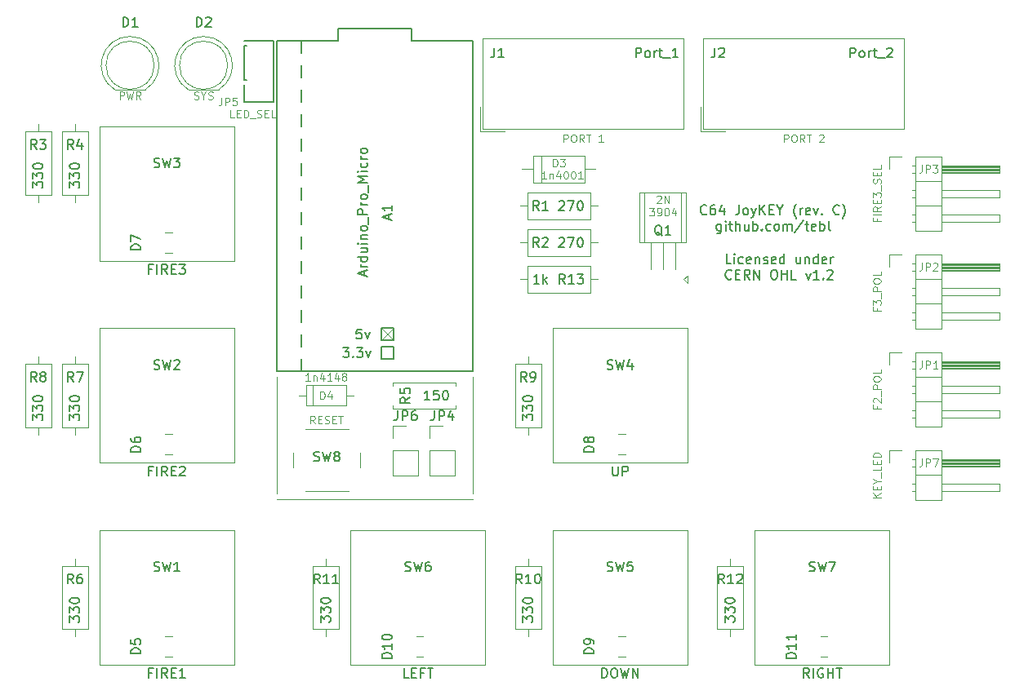
<source format=gto>
G04 #@! TF.GenerationSoftware,KiCad,Pcbnew,(5.1.8)-1*
G04 #@! TF.CreationDate,2021-01-08T19:52:48+01:00*
G04 #@! TF.ProjectId,C64 Joykey,43363420-4a6f-4796-9b65-792e6b696361,rev?*
G04 #@! TF.SameCoordinates,Original*
G04 #@! TF.FileFunction,Legend,Top*
G04 #@! TF.FilePolarity,Positive*
%FSLAX46Y46*%
G04 Gerber Fmt 4.6, Leading zero omitted, Abs format (unit mm)*
G04 Created by KiCad (PCBNEW (5.1.8)-1) date 2021-01-08 19:52:48*
%MOMM*%
%LPD*%
G01*
G04 APERTURE LIST*
%ADD10C,0.150000*%
%ADD11C,0.100000*%
%ADD12C,0.120000*%
G04 APERTURE END LIST*
D10*
X215345000Y-106307380D02*
X214868809Y-106307380D01*
X214868809Y-105307380D01*
X215678333Y-106307380D02*
X215678333Y-105640714D01*
X215678333Y-105307380D02*
X215630714Y-105355000D01*
X215678333Y-105402619D01*
X215725952Y-105355000D01*
X215678333Y-105307380D01*
X215678333Y-105402619D01*
X216583095Y-106259761D02*
X216487857Y-106307380D01*
X216297380Y-106307380D01*
X216202142Y-106259761D01*
X216154523Y-106212142D01*
X216106904Y-106116904D01*
X216106904Y-105831190D01*
X216154523Y-105735952D01*
X216202142Y-105688333D01*
X216297380Y-105640714D01*
X216487857Y-105640714D01*
X216583095Y-105688333D01*
X217392619Y-106259761D02*
X217297380Y-106307380D01*
X217106904Y-106307380D01*
X217011666Y-106259761D01*
X216964047Y-106164523D01*
X216964047Y-105783571D01*
X217011666Y-105688333D01*
X217106904Y-105640714D01*
X217297380Y-105640714D01*
X217392619Y-105688333D01*
X217440238Y-105783571D01*
X217440238Y-105878809D01*
X216964047Y-105974047D01*
X217868809Y-105640714D02*
X217868809Y-106307380D01*
X217868809Y-105735952D02*
X217916428Y-105688333D01*
X218011666Y-105640714D01*
X218154523Y-105640714D01*
X218249761Y-105688333D01*
X218297380Y-105783571D01*
X218297380Y-106307380D01*
X218725952Y-106259761D02*
X218821190Y-106307380D01*
X219011666Y-106307380D01*
X219106904Y-106259761D01*
X219154523Y-106164523D01*
X219154523Y-106116904D01*
X219106904Y-106021666D01*
X219011666Y-105974047D01*
X218868809Y-105974047D01*
X218773571Y-105926428D01*
X218725952Y-105831190D01*
X218725952Y-105783571D01*
X218773571Y-105688333D01*
X218868809Y-105640714D01*
X219011666Y-105640714D01*
X219106904Y-105688333D01*
X219964047Y-106259761D02*
X219868809Y-106307380D01*
X219678333Y-106307380D01*
X219583095Y-106259761D01*
X219535476Y-106164523D01*
X219535476Y-105783571D01*
X219583095Y-105688333D01*
X219678333Y-105640714D01*
X219868809Y-105640714D01*
X219964047Y-105688333D01*
X220011666Y-105783571D01*
X220011666Y-105878809D01*
X219535476Y-105974047D01*
X220868809Y-106307380D02*
X220868809Y-105307380D01*
X220868809Y-106259761D02*
X220773571Y-106307380D01*
X220583095Y-106307380D01*
X220487857Y-106259761D01*
X220440238Y-106212142D01*
X220392619Y-106116904D01*
X220392619Y-105831190D01*
X220440238Y-105735952D01*
X220487857Y-105688333D01*
X220583095Y-105640714D01*
X220773571Y-105640714D01*
X220868809Y-105688333D01*
X222535476Y-105640714D02*
X222535476Y-106307380D01*
X222106904Y-105640714D02*
X222106904Y-106164523D01*
X222154523Y-106259761D01*
X222249761Y-106307380D01*
X222392619Y-106307380D01*
X222487857Y-106259761D01*
X222535476Y-106212142D01*
X223011666Y-105640714D02*
X223011666Y-106307380D01*
X223011666Y-105735952D02*
X223059285Y-105688333D01*
X223154523Y-105640714D01*
X223297380Y-105640714D01*
X223392619Y-105688333D01*
X223440238Y-105783571D01*
X223440238Y-106307380D01*
X224345000Y-106307380D02*
X224345000Y-105307380D01*
X224345000Y-106259761D02*
X224249761Y-106307380D01*
X224059285Y-106307380D01*
X223964047Y-106259761D01*
X223916428Y-106212142D01*
X223868809Y-106116904D01*
X223868809Y-105831190D01*
X223916428Y-105735952D01*
X223964047Y-105688333D01*
X224059285Y-105640714D01*
X224249761Y-105640714D01*
X224345000Y-105688333D01*
X225202142Y-106259761D02*
X225106904Y-106307380D01*
X224916428Y-106307380D01*
X224821190Y-106259761D01*
X224773571Y-106164523D01*
X224773571Y-105783571D01*
X224821190Y-105688333D01*
X224916428Y-105640714D01*
X225106904Y-105640714D01*
X225202142Y-105688333D01*
X225249761Y-105783571D01*
X225249761Y-105878809D01*
X224773571Y-105974047D01*
X225678333Y-106307380D02*
X225678333Y-105640714D01*
X225678333Y-105831190D02*
X225725952Y-105735952D01*
X225773571Y-105688333D01*
X225868809Y-105640714D01*
X225964047Y-105640714D01*
X215392619Y-107862142D02*
X215345000Y-107909761D01*
X215202142Y-107957380D01*
X215106904Y-107957380D01*
X214964047Y-107909761D01*
X214868809Y-107814523D01*
X214821190Y-107719285D01*
X214773571Y-107528809D01*
X214773571Y-107385952D01*
X214821190Y-107195476D01*
X214868809Y-107100238D01*
X214964047Y-107005000D01*
X215106904Y-106957380D01*
X215202142Y-106957380D01*
X215345000Y-107005000D01*
X215392619Y-107052619D01*
X215821190Y-107433571D02*
X216154523Y-107433571D01*
X216297380Y-107957380D02*
X215821190Y-107957380D01*
X215821190Y-106957380D01*
X216297380Y-106957380D01*
X217297380Y-107957380D02*
X216964047Y-107481190D01*
X216725952Y-107957380D02*
X216725952Y-106957380D01*
X217106904Y-106957380D01*
X217202142Y-107005000D01*
X217249761Y-107052619D01*
X217297380Y-107147857D01*
X217297380Y-107290714D01*
X217249761Y-107385952D01*
X217202142Y-107433571D01*
X217106904Y-107481190D01*
X216725952Y-107481190D01*
X217725952Y-107957380D02*
X217725952Y-106957380D01*
X218297380Y-107957380D01*
X218297380Y-106957380D01*
X219725952Y-106957380D02*
X219916428Y-106957380D01*
X220011666Y-107005000D01*
X220106904Y-107100238D01*
X220154523Y-107290714D01*
X220154523Y-107624047D01*
X220106904Y-107814523D01*
X220011666Y-107909761D01*
X219916428Y-107957380D01*
X219725952Y-107957380D01*
X219630714Y-107909761D01*
X219535476Y-107814523D01*
X219487857Y-107624047D01*
X219487857Y-107290714D01*
X219535476Y-107100238D01*
X219630714Y-107005000D01*
X219725952Y-106957380D01*
X220583095Y-107957380D02*
X220583095Y-106957380D01*
X220583095Y-107433571D02*
X221154523Y-107433571D01*
X221154523Y-107957380D02*
X221154523Y-106957380D01*
X222106904Y-107957380D02*
X221630714Y-107957380D01*
X221630714Y-106957380D01*
X223106904Y-107290714D02*
X223345000Y-107957380D01*
X223583095Y-107290714D01*
X224487857Y-107957380D02*
X223916428Y-107957380D01*
X224202142Y-107957380D02*
X224202142Y-106957380D01*
X224106904Y-107100238D01*
X224011666Y-107195476D01*
X223916428Y-107243095D01*
X224916428Y-107862142D02*
X224964047Y-107909761D01*
X224916428Y-107957380D01*
X224868809Y-107909761D01*
X224916428Y-107862142D01*
X224916428Y-107957380D01*
X225344999Y-107052619D02*
X225392619Y-107005000D01*
X225487857Y-106957380D01*
X225725952Y-106957380D01*
X225821190Y-107005000D01*
X225868809Y-107052619D01*
X225916428Y-107147857D01*
X225916428Y-107243095D01*
X225868809Y-107385952D01*
X225297380Y-107957380D01*
X225916428Y-107957380D01*
D11*
X207632380Y-99318095D02*
X207670476Y-99280000D01*
X207746666Y-99241904D01*
X207937142Y-99241904D01*
X208013333Y-99280000D01*
X208051428Y-99318095D01*
X208089523Y-99394285D01*
X208089523Y-99470476D01*
X208051428Y-99584761D01*
X207594285Y-100041904D01*
X208089523Y-100041904D01*
X208432380Y-100041904D02*
X208432380Y-99241904D01*
X208889523Y-100041904D01*
X208889523Y-99241904D01*
X206870476Y-100541904D02*
X207365714Y-100541904D01*
X207099047Y-100846666D01*
X207213333Y-100846666D01*
X207289523Y-100884761D01*
X207327619Y-100922857D01*
X207365714Y-100999047D01*
X207365714Y-101189523D01*
X207327619Y-101265714D01*
X207289523Y-101303809D01*
X207213333Y-101341904D01*
X206984761Y-101341904D01*
X206908571Y-101303809D01*
X206870476Y-101265714D01*
X207746666Y-101341904D02*
X207899047Y-101341904D01*
X207975238Y-101303809D01*
X208013333Y-101265714D01*
X208089523Y-101151428D01*
X208127619Y-100999047D01*
X208127619Y-100694285D01*
X208089523Y-100618095D01*
X208051428Y-100580000D01*
X207975238Y-100541904D01*
X207822857Y-100541904D01*
X207746666Y-100580000D01*
X207708571Y-100618095D01*
X207670476Y-100694285D01*
X207670476Y-100884761D01*
X207708571Y-100960952D01*
X207746666Y-100999047D01*
X207822857Y-101037142D01*
X207975238Y-101037142D01*
X208051428Y-100999047D01*
X208089523Y-100960952D01*
X208127619Y-100884761D01*
X208622857Y-100541904D02*
X208699047Y-100541904D01*
X208775238Y-100580000D01*
X208813333Y-100618095D01*
X208851428Y-100694285D01*
X208889523Y-100846666D01*
X208889523Y-101037142D01*
X208851428Y-101189523D01*
X208813333Y-101265714D01*
X208775238Y-101303809D01*
X208699047Y-101341904D01*
X208622857Y-101341904D01*
X208546666Y-101303809D01*
X208508571Y-101265714D01*
X208470476Y-101189523D01*
X208432380Y-101037142D01*
X208432380Y-100846666D01*
X208470476Y-100694285D01*
X208508571Y-100618095D01*
X208546666Y-100580000D01*
X208622857Y-100541904D01*
X209575238Y-100808571D02*
X209575238Y-101341904D01*
X209384761Y-100503809D02*
X209194285Y-101075238D01*
X209689523Y-101075238D01*
X220865952Y-93706904D02*
X220865952Y-92906904D01*
X221170714Y-92906904D01*
X221246904Y-92945000D01*
X221285000Y-92983095D01*
X221323095Y-93059285D01*
X221323095Y-93173571D01*
X221285000Y-93249761D01*
X221246904Y-93287857D01*
X221170714Y-93325952D01*
X220865952Y-93325952D01*
X221818333Y-92906904D02*
X221970714Y-92906904D01*
X222046904Y-92945000D01*
X222123095Y-93021190D01*
X222161190Y-93173571D01*
X222161190Y-93440238D01*
X222123095Y-93592619D01*
X222046904Y-93668809D01*
X221970714Y-93706904D01*
X221818333Y-93706904D01*
X221742142Y-93668809D01*
X221665952Y-93592619D01*
X221627857Y-93440238D01*
X221627857Y-93173571D01*
X221665952Y-93021190D01*
X221742142Y-92945000D01*
X221818333Y-92906904D01*
X222961190Y-93706904D02*
X222694523Y-93325952D01*
X222504047Y-93706904D02*
X222504047Y-92906904D01*
X222808809Y-92906904D01*
X222885000Y-92945000D01*
X222923095Y-92983095D01*
X222961190Y-93059285D01*
X222961190Y-93173571D01*
X222923095Y-93249761D01*
X222885000Y-93287857D01*
X222808809Y-93325952D01*
X222504047Y-93325952D01*
X223189761Y-92906904D02*
X223646904Y-92906904D01*
X223418333Y-93706904D02*
X223418333Y-92906904D01*
X224485000Y-92983095D02*
X224523095Y-92945000D01*
X224599285Y-92906904D01*
X224789761Y-92906904D01*
X224865952Y-92945000D01*
X224904047Y-92983095D01*
X224942142Y-93059285D01*
X224942142Y-93135476D01*
X224904047Y-93249761D01*
X224446904Y-93706904D01*
X224942142Y-93706904D01*
X198005952Y-93706904D02*
X198005952Y-92906904D01*
X198310714Y-92906904D01*
X198386904Y-92945000D01*
X198425000Y-92983095D01*
X198463095Y-93059285D01*
X198463095Y-93173571D01*
X198425000Y-93249761D01*
X198386904Y-93287857D01*
X198310714Y-93325952D01*
X198005952Y-93325952D01*
X198958333Y-92906904D02*
X199110714Y-92906904D01*
X199186904Y-92945000D01*
X199263095Y-93021190D01*
X199301190Y-93173571D01*
X199301190Y-93440238D01*
X199263095Y-93592619D01*
X199186904Y-93668809D01*
X199110714Y-93706904D01*
X198958333Y-93706904D01*
X198882142Y-93668809D01*
X198805952Y-93592619D01*
X198767857Y-93440238D01*
X198767857Y-93173571D01*
X198805952Y-93021190D01*
X198882142Y-92945000D01*
X198958333Y-92906904D01*
X200101190Y-93706904D02*
X199834523Y-93325952D01*
X199644047Y-93706904D02*
X199644047Y-92906904D01*
X199948809Y-92906904D01*
X200025000Y-92945000D01*
X200063095Y-92983095D01*
X200101190Y-93059285D01*
X200101190Y-93173571D01*
X200063095Y-93249761D01*
X200025000Y-93287857D01*
X199948809Y-93325952D01*
X199644047Y-93325952D01*
X200329761Y-92906904D02*
X200786904Y-92906904D01*
X200558333Y-93706904D02*
X200558333Y-92906904D01*
X202082142Y-93706904D02*
X201625000Y-93706904D01*
X201853571Y-93706904D02*
X201853571Y-92906904D01*
X201777380Y-93021190D01*
X201701190Y-93097380D01*
X201625000Y-93135476D01*
D10*
X212805238Y-101132142D02*
X212757619Y-101179761D01*
X212614761Y-101227380D01*
X212519523Y-101227380D01*
X212376666Y-101179761D01*
X212281428Y-101084523D01*
X212233809Y-100989285D01*
X212186190Y-100798809D01*
X212186190Y-100655952D01*
X212233809Y-100465476D01*
X212281428Y-100370238D01*
X212376666Y-100275000D01*
X212519523Y-100227380D01*
X212614761Y-100227380D01*
X212757619Y-100275000D01*
X212805238Y-100322619D01*
X213662380Y-100227380D02*
X213471904Y-100227380D01*
X213376666Y-100275000D01*
X213329047Y-100322619D01*
X213233809Y-100465476D01*
X213186190Y-100655952D01*
X213186190Y-101036904D01*
X213233809Y-101132142D01*
X213281428Y-101179761D01*
X213376666Y-101227380D01*
X213567142Y-101227380D01*
X213662380Y-101179761D01*
X213710000Y-101132142D01*
X213757619Y-101036904D01*
X213757619Y-100798809D01*
X213710000Y-100703571D01*
X213662380Y-100655952D01*
X213567142Y-100608333D01*
X213376666Y-100608333D01*
X213281428Y-100655952D01*
X213233809Y-100703571D01*
X213186190Y-100798809D01*
X214614761Y-100560714D02*
X214614761Y-101227380D01*
X214376666Y-100179761D02*
X214138571Y-100894047D01*
X214757619Y-100894047D01*
X216186190Y-100227380D02*
X216186190Y-100941666D01*
X216138571Y-101084523D01*
X216043333Y-101179761D01*
X215900476Y-101227380D01*
X215805238Y-101227380D01*
X216805238Y-101227380D02*
X216710000Y-101179761D01*
X216662380Y-101132142D01*
X216614761Y-101036904D01*
X216614761Y-100751190D01*
X216662380Y-100655952D01*
X216710000Y-100608333D01*
X216805238Y-100560714D01*
X216948095Y-100560714D01*
X217043333Y-100608333D01*
X217090952Y-100655952D01*
X217138571Y-100751190D01*
X217138571Y-101036904D01*
X217090952Y-101132142D01*
X217043333Y-101179761D01*
X216948095Y-101227380D01*
X216805238Y-101227380D01*
X217471904Y-100560714D02*
X217710000Y-101227380D01*
X217948095Y-100560714D02*
X217710000Y-101227380D01*
X217614761Y-101465476D01*
X217567142Y-101513095D01*
X217471904Y-101560714D01*
X218329047Y-101227380D02*
X218329047Y-100227380D01*
X218900476Y-101227380D02*
X218471904Y-100655952D01*
X218900476Y-100227380D02*
X218329047Y-100798809D01*
X219329047Y-100703571D02*
X219662380Y-100703571D01*
X219805238Y-101227380D02*
X219329047Y-101227380D01*
X219329047Y-100227380D01*
X219805238Y-100227380D01*
X220424285Y-100751190D02*
X220424285Y-101227380D01*
X220090952Y-100227380D02*
X220424285Y-100751190D01*
X220757619Y-100227380D01*
X222138571Y-101608333D02*
X222090952Y-101560714D01*
X221995714Y-101417857D01*
X221948095Y-101322619D01*
X221900476Y-101179761D01*
X221852857Y-100941666D01*
X221852857Y-100751190D01*
X221900476Y-100513095D01*
X221948095Y-100370238D01*
X221995714Y-100275000D01*
X222090952Y-100132142D01*
X222138571Y-100084523D01*
X222519523Y-101227380D02*
X222519523Y-100560714D01*
X222519523Y-100751190D02*
X222567142Y-100655952D01*
X222614761Y-100608333D01*
X222710000Y-100560714D01*
X222805238Y-100560714D01*
X223519523Y-101179761D02*
X223424285Y-101227380D01*
X223233809Y-101227380D01*
X223138571Y-101179761D01*
X223090952Y-101084523D01*
X223090952Y-100703571D01*
X223138571Y-100608333D01*
X223233809Y-100560714D01*
X223424285Y-100560714D01*
X223519523Y-100608333D01*
X223567142Y-100703571D01*
X223567142Y-100798809D01*
X223090952Y-100894047D01*
X223900476Y-100560714D02*
X224138571Y-101227380D01*
X224376666Y-100560714D01*
X224757619Y-101132142D02*
X224805238Y-101179761D01*
X224757619Y-101227380D01*
X224710000Y-101179761D01*
X224757619Y-101132142D01*
X224757619Y-101227380D01*
X226567142Y-101132142D02*
X226519523Y-101179761D01*
X226376666Y-101227380D01*
X226281428Y-101227380D01*
X226138571Y-101179761D01*
X226043333Y-101084523D01*
X225995714Y-100989285D01*
X225948095Y-100798809D01*
X225948095Y-100655952D01*
X225995714Y-100465476D01*
X226043333Y-100370238D01*
X226138571Y-100275000D01*
X226281428Y-100227380D01*
X226376666Y-100227380D01*
X226519523Y-100275000D01*
X226567142Y-100322619D01*
X226900476Y-101608333D02*
X226948095Y-101560714D01*
X227043333Y-101417857D01*
X227090952Y-101322619D01*
X227138571Y-101179761D01*
X227186190Y-100941666D01*
X227186190Y-100751190D01*
X227138571Y-100513095D01*
X227090952Y-100370238D01*
X227043333Y-100275000D01*
X226948095Y-100132142D01*
X226900476Y-100084523D01*
X214305238Y-102210714D02*
X214305238Y-103020238D01*
X214257619Y-103115476D01*
X214210000Y-103163095D01*
X214114761Y-103210714D01*
X213971904Y-103210714D01*
X213876666Y-103163095D01*
X214305238Y-102829761D02*
X214210000Y-102877380D01*
X214019523Y-102877380D01*
X213924285Y-102829761D01*
X213876666Y-102782142D01*
X213829047Y-102686904D01*
X213829047Y-102401190D01*
X213876666Y-102305952D01*
X213924285Y-102258333D01*
X214019523Y-102210714D01*
X214210000Y-102210714D01*
X214305238Y-102258333D01*
X214781428Y-102877380D02*
X214781428Y-102210714D01*
X214781428Y-101877380D02*
X214733809Y-101925000D01*
X214781428Y-101972619D01*
X214829047Y-101925000D01*
X214781428Y-101877380D01*
X214781428Y-101972619D01*
X215114761Y-102210714D02*
X215495714Y-102210714D01*
X215257619Y-101877380D02*
X215257619Y-102734523D01*
X215305238Y-102829761D01*
X215400476Y-102877380D01*
X215495714Y-102877380D01*
X215829047Y-102877380D02*
X215829047Y-101877380D01*
X216257619Y-102877380D02*
X216257619Y-102353571D01*
X216210000Y-102258333D01*
X216114761Y-102210714D01*
X215971904Y-102210714D01*
X215876666Y-102258333D01*
X215829047Y-102305952D01*
X217162380Y-102210714D02*
X217162380Y-102877380D01*
X216733809Y-102210714D02*
X216733809Y-102734523D01*
X216781428Y-102829761D01*
X216876666Y-102877380D01*
X217019523Y-102877380D01*
X217114761Y-102829761D01*
X217162380Y-102782142D01*
X217638571Y-102877380D02*
X217638571Y-101877380D01*
X217638571Y-102258333D02*
X217733809Y-102210714D01*
X217924285Y-102210714D01*
X218019523Y-102258333D01*
X218067142Y-102305952D01*
X218114761Y-102401190D01*
X218114761Y-102686904D01*
X218067142Y-102782142D01*
X218019523Y-102829761D01*
X217924285Y-102877380D01*
X217733809Y-102877380D01*
X217638571Y-102829761D01*
X218543333Y-102782142D02*
X218590952Y-102829761D01*
X218543333Y-102877380D01*
X218495714Y-102829761D01*
X218543333Y-102782142D01*
X218543333Y-102877380D01*
X219448095Y-102829761D02*
X219352857Y-102877380D01*
X219162380Y-102877380D01*
X219067142Y-102829761D01*
X219019523Y-102782142D01*
X218971904Y-102686904D01*
X218971904Y-102401190D01*
X219019523Y-102305952D01*
X219067142Y-102258333D01*
X219162380Y-102210714D01*
X219352857Y-102210714D01*
X219448095Y-102258333D01*
X220019523Y-102877380D02*
X219924285Y-102829761D01*
X219876666Y-102782142D01*
X219829047Y-102686904D01*
X219829047Y-102401190D01*
X219876666Y-102305952D01*
X219924285Y-102258333D01*
X220019523Y-102210714D01*
X220162380Y-102210714D01*
X220257619Y-102258333D01*
X220305238Y-102305952D01*
X220352857Y-102401190D01*
X220352857Y-102686904D01*
X220305238Y-102782142D01*
X220257619Y-102829761D01*
X220162380Y-102877380D01*
X220019523Y-102877380D01*
X220781428Y-102877380D02*
X220781428Y-102210714D01*
X220781428Y-102305952D02*
X220829047Y-102258333D01*
X220924285Y-102210714D01*
X221067142Y-102210714D01*
X221162380Y-102258333D01*
X221210000Y-102353571D01*
X221210000Y-102877380D01*
X221210000Y-102353571D02*
X221257619Y-102258333D01*
X221352857Y-102210714D01*
X221495714Y-102210714D01*
X221590952Y-102258333D01*
X221638571Y-102353571D01*
X221638571Y-102877380D01*
X222829047Y-101829761D02*
X221971904Y-103115476D01*
X223019523Y-102210714D02*
X223400476Y-102210714D01*
X223162380Y-101877380D02*
X223162380Y-102734523D01*
X223210000Y-102829761D01*
X223305238Y-102877380D01*
X223400476Y-102877380D01*
X224114761Y-102829761D02*
X224019523Y-102877380D01*
X223829047Y-102877380D01*
X223733809Y-102829761D01*
X223686190Y-102734523D01*
X223686190Y-102353571D01*
X223733809Y-102258333D01*
X223829047Y-102210714D01*
X224019523Y-102210714D01*
X224114761Y-102258333D01*
X224162380Y-102353571D01*
X224162380Y-102448809D01*
X223686190Y-102544047D01*
X224590952Y-102877380D02*
X224590952Y-101877380D01*
X224590952Y-102258333D02*
X224686190Y-102210714D01*
X224876666Y-102210714D01*
X224971904Y-102258333D01*
X225019523Y-102305952D01*
X225067142Y-102401190D01*
X225067142Y-102686904D01*
X225019523Y-102782142D01*
X224971904Y-102829761D01*
X224876666Y-102877380D01*
X224686190Y-102877380D01*
X224590952Y-102829761D01*
X225638571Y-102877380D02*
X225543333Y-102829761D01*
X225495714Y-102734523D01*
X225495714Y-101877380D01*
D12*
X188595000Y-118110000D02*
X188595000Y-130175000D01*
X188595000Y-130810000D02*
X168275000Y-130810000D01*
X168275000Y-118110000D02*
X168275000Y-130175000D01*
X179070000Y-113030000D02*
X180340000Y-114300000D01*
X179070000Y-114300000D02*
X179070000Y-113030000D01*
X180340000Y-113030000D02*
X179070000Y-114300000D01*
X200755000Y-109320000D02*
X200755000Y-106580000D01*
X200755000Y-106580000D02*
X194215000Y-106580000D01*
X194215000Y-106580000D02*
X194215000Y-109320000D01*
X194215000Y-109320000D02*
X200755000Y-109320000D01*
X201525000Y-107950000D02*
X200755000Y-107950000D01*
X193445000Y-107950000D02*
X194215000Y-107950000D01*
X180245000Y-118975000D02*
X180245000Y-118645000D01*
X180245000Y-118645000D02*
X186785000Y-118645000D01*
X186785000Y-118645000D02*
X186785000Y-118975000D01*
X180245000Y-121055000D02*
X180245000Y-121385000D01*
X180245000Y-121385000D02*
X186785000Y-121385000D01*
X186785000Y-121385000D02*
X186785000Y-121055000D01*
X142140000Y-123285000D02*
X144880000Y-123285000D01*
X144880000Y-123285000D02*
X144880000Y-116745000D01*
X144880000Y-116745000D02*
X142140000Y-116745000D01*
X142140000Y-116745000D02*
X142140000Y-123285000D01*
X143510000Y-124055000D02*
X143510000Y-123285000D01*
X143510000Y-115975000D02*
X143510000Y-116745000D01*
X147320000Y-136930000D02*
X147320000Y-137700000D01*
X147320000Y-145010000D02*
X147320000Y-144240000D01*
X145950000Y-137700000D02*
X145950000Y-144240000D01*
X148690000Y-137700000D02*
X145950000Y-137700000D01*
X148690000Y-144240000D02*
X148690000Y-137700000D01*
X145950000Y-144240000D02*
X148690000Y-144240000D01*
X147320000Y-115975000D02*
X147320000Y-116745000D01*
X147320000Y-124055000D02*
X147320000Y-123285000D01*
X145950000Y-116745000D02*
X145950000Y-123285000D01*
X148690000Y-116745000D02*
X145950000Y-116745000D01*
X148690000Y-123285000D02*
X148690000Y-116745000D01*
X145950000Y-123285000D02*
X148690000Y-123285000D01*
D10*
X165100000Y-87249000D02*
X164846000Y-87249000D01*
X167894000Y-89535000D02*
X167894000Y-83185000D01*
X167894000Y-83185000D02*
X164846000Y-83185000D01*
X165100000Y-83693000D02*
X164846000Y-83693000D01*
X164846000Y-83693000D02*
X164846000Y-87249000D01*
X164846000Y-87757000D02*
X164846000Y-89535000D01*
X164846000Y-89535000D02*
X167894000Y-89535000D01*
X168275000Y-117475000D02*
X188595000Y-117475000D01*
X168275000Y-83185000D02*
X168275000Y-117475000D01*
X188595000Y-117475000D02*
X188595000Y-83185000D01*
X174625000Y-81915000D02*
X182245000Y-81915000D01*
X174625000Y-83185000D02*
X174625000Y-81915000D01*
X168275000Y-83185000D02*
X174625000Y-83185000D01*
X182245000Y-83185000D02*
X188595000Y-83185000D01*
X182245000Y-81915000D02*
X182245000Y-83185000D01*
X180340000Y-116205000D02*
X180340000Y-114935000D01*
X179070000Y-116205000D02*
X180340000Y-116205000D01*
X179070000Y-114935000D02*
X179070000Y-116205000D01*
X180340000Y-114935000D02*
X179070000Y-114935000D01*
X179070000Y-113030000D02*
X179070000Y-114300000D01*
X180340000Y-113030000D02*
X179070000Y-113030000D01*
X180340000Y-114300000D02*
X180340000Y-113030000D01*
X179070000Y-114300000D02*
X180340000Y-114300000D01*
X170815000Y-83185000D02*
X170815000Y-84455000D01*
X170815000Y-85725000D02*
X170815000Y-86995000D01*
X170815000Y-88265000D02*
X170815000Y-89535000D01*
X170815000Y-90805000D02*
X170815000Y-92075000D01*
X170815000Y-93345000D02*
X170815000Y-94615000D01*
X170815000Y-95885000D02*
X170815000Y-97155000D01*
X170815000Y-98425000D02*
X170815000Y-99695000D01*
X170815000Y-100965000D02*
X170815000Y-102235000D01*
X170815000Y-103505000D02*
X170815000Y-104775000D01*
X170815000Y-106045000D02*
X170815000Y-107315000D01*
X170815000Y-108585000D02*
X170815000Y-109855000D01*
X170815000Y-111125000D02*
X170815000Y-112395000D01*
X170815000Y-113665000D02*
X170815000Y-114935000D01*
X170815000Y-116205000D02*
X170815000Y-117475000D01*
D12*
X149860000Y-147955000D02*
X149860000Y-133985000D01*
X163830000Y-147955000D02*
X149860000Y-147955000D01*
X163830000Y-133985000D02*
X163830000Y-147955000D01*
X149860000Y-133985000D02*
X163830000Y-133985000D01*
X149860000Y-113030000D02*
X163830000Y-113030000D01*
X163830000Y-113030000D02*
X163830000Y-127000000D01*
X163830000Y-127000000D02*
X149860000Y-127000000D01*
X149860000Y-127000000D02*
X149860000Y-113030000D01*
X149860000Y-106045000D02*
X149860000Y-92075000D01*
X163830000Y-106045000D02*
X149860000Y-106045000D01*
X163830000Y-92075000D02*
X163830000Y-106045000D01*
X149860000Y-92075000D02*
X163830000Y-92075000D01*
X196850000Y-113030000D02*
X210820000Y-113030000D01*
X210820000Y-113030000D02*
X210820000Y-127000000D01*
X210820000Y-127000000D02*
X196850000Y-127000000D01*
X196850000Y-127000000D02*
X196850000Y-113030000D01*
X196850000Y-147955000D02*
X196850000Y-133985000D01*
X210820000Y-147955000D02*
X196850000Y-147955000D01*
X210820000Y-133985000D02*
X210820000Y-147955000D01*
X196850000Y-133985000D02*
X210820000Y-133985000D01*
X175895000Y-133985000D02*
X189865000Y-133985000D01*
X189865000Y-133985000D02*
X189865000Y-147955000D01*
X189865000Y-147955000D02*
X175895000Y-147955000D01*
X175895000Y-147955000D02*
X175895000Y-133985000D01*
X217805000Y-147955000D02*
X217805000Y-133985000D01*
X231775000Y-147955000D02*
X217805000Y-147955000D01*
X231775000Y-133985000D02*
X231775000Y-147955000D01*
X217805000Y-133985000D02*
X231775000Y-133985000D01*
X155535000Y-85725000D02*
G75*
G03*
X155535000Y-85725000I-2500000J0D01*
G01*
X151490000Y-88285000D02*
X154580000Y-88285000D01*
X153034538Y-82735000D02*
G75*
G02*
X154579830Y-88285000I462J-2990000D01*
G01*
X153035462Y-82735000D02*
G75*
G03*
X151490170Y-88285000I-462J-2990000D01*
G01*
X159110000Y-88285000D02*
X162200000Y-88285000D01*
X163155000Y-85725000D02*
G75*
G03*
X163155000Y-85725000I-2500000J0D01*
G01*
X160655462Y-82735000D02*
G75*
G03*
X159110170Y-88285000I-462J-2990000D01*
G01*
X160654538Y-82735000D02*
G75*
G02*
X162199830Y-88285000I462J-2990000D01*
G01*
X171180000Y-129960000D02*
X175680000Y-129960000D01*
X169930000Y-125960000D02*
X169930000Y-127460000D01*
X175680000Y-123460000D02*
X171180000Y-123460000D01*
X176930000Y-127460000D02*
X176930000Y-125960000D01*
X231775000Y-115570000D02*
X233045000Y-115570000D01*
X231775000Y-116840000D02*
X231775000Y-115570000D01*
X234087929Y-122300000D02*
X234485000Y-122300000D01*
X234087929Y-121540000D02*
X234485000Y-121540000D01*
X243145000Y-122300000D02*
X237145000Y-122300000D01*
X243145000Y-121540000D02*
X243145000Y-122300000D01*
X237145000Y-121540000D02*
X243145000Y-121540000D01*
X234485000Y-120650000D02*
X237145000Y-120650000D01*
X234087929Y-119760000D02*
X234485000Y-119760000D01*
X234087929Y-119000000D02*
X234485000Y-119000000D01*
X243145000Y-119760000D02*
X237145000Y-119760000D01*
X243145000Y-119000000D02*
X243145000Y-119760000D01*
X237145000Y-119000000D02*
X243145000Y-119000000D01*
X234485000Y-118110000D02*
X237145000Y-118110000D01*
X234155000Y-117220000D02*
X234485000Y-117220000D01*
X234155000Y-116460000D02*
X234485000Y-116460000D01*
X237145000Y-117120000D02*
X243145000Y-117120000D01*
X237145000Y-117000000D02*
X243145000Y-117000000D01*
X237145000Y-116880000D02*
X243145000Y-116880000D01*
X237145000Y-116760000D02*
X243145000Y-116760000D01*
X237145000Y-116640000D02*
X243145000Y-116640000D01*
X237145000Y-116520000D02*
X243145000Y-116520000D01*
X243145000Y-117220000D02*
X237145000Y-117220000D01*
X243145000Y-116460000D02*
X243145000Y-117220000D01*
X237145000Y-116460000D02*
X243145000Y-116460000D01*
X237145000Y-115510000D02*
X234485000Y-115510000D01*
X237145000Y-123250000D02*
X237145000Y-115510000D01*
X234485000Y-123250000D02*
X237145000Y-123250000D01*
X234485000Y-115510000D02*
X234485000Y-123250000D01*
X234485000Y-105350000D02*
X234485000Y-113090000D01*
X234485000Y-113090000D02*
X237145000Y-113090000D01*
X237145000Y-113090000D02*
X237145000Y-105350000D01*
X237145000Y-105350000D02*
X234485000Y-105350000D01*
X237145000Y-106300000D02*
X243145000Y-106300000D01*
X243145000Y-106300000D02*
X243145000Y-107060000D01*
X243145000Y-107060000D02*
X237145000Y-107060000D01*
X237145000Y-106360000D02*
X243145000Y-106360000D01*
X237145000Y-106480000D02*
X243145000Y-106480000D01*
X237145000Y-106600000D02*
X243145000Y-106600000D01*
X237145000Y-106720000D02*
X243145000Y-106720000D01*
X237145000Y-106840000D02*
X243145000Y-106840000D01*
X237145000Y-106960000D02*
X243145000Y-106960000D01*
X234155000Y-106300000D02*
X234485000Y-106300000D01*
X234155000Y-107060000D02*
X234485000Y-107060000D01*
X234485000Y-107950000D02*
X237145000Y-107950000D01*
X237145000Y-108840000D02*
X243145000Y-108840000D01*
X243145000Y-108840000D02*
X243145000Y-109600000D01*
X243145000Y-109600000D02*
X237145000Y-109600000D01*
X234087929Y-108840000D02*
X234485000Y-108840000D01*
X234087929Y-109600000D02*
X234485000Y-109600000D01*
X234485000Y-110490000D02*
X237145000Y-110490000D01*
X237145000Y-111380000D02*
X243145000Y-111380000D01*
X243145000Y-111380000D02*
X243145000Y-112140000D01*
X243145000Y-112140000D02*
X237145000Y-112140000D01*
X234087929Y-111380000D02*
X234485000Y-111380000D01*
X234087929Y-112140000D02*
X234485000Y-112140000D01*
X231775000Y-106680000D02*
X231775000Y-105410000D01*
X231775000Y-105410000D02*
X233045000Y-105410000D01*
X234485000Y-95190000D02*
X234485000Y-102930000D01*
X234485000Y-102930000D02*
X237145000Y-102930000D01*
X237145000Y-102930000D02*
X237145000Y-95190000D01*
X237145000Y-95190000D02*
X234485000Y-95190000D01*
X237145000Y-96140000D02*
X243145000Y-96140000D01*
X243145000Y-96140000D02*
X243145000Y-96900000D01*
X243145000Y-96900000D02*
X237145000Y-96900000D01*
X237145000Y-96200000D02*
X243145000Y-96200000D01*
X237145000Y-96320000D02*
X243145000Y-96320000D01*
X237145000Y-96440000D02*
X243145000Y-96440000D01*
X237145000Y-96560000D02*
X243145000Y-96560000D01*
X237145000Y-96680000D02*
X243145000Y-96680000D01*
X237145000Y-96800000D02*
X243145000Y-96800000D01*
X234155000Y-96140000D02*
X234485000Y-96140000D01*
X234155000Y-96900000D02*
X234485000Y-96900000D01*
X234485000Y-97790000D02*
X237145000Y-97790000D01*
X237145000Y-98680000D02*
X243145000Y-98680000D01*
X243145000Y-98680000D02*
X243145000Y-99440000D01*
X243145000Y-99440000D02*
X237145000Y-99440000D01*
X234087929Y-98680000D02*
X234485000Y-98680000D01*
X234087929Y-99440000D02*
X234485000Y-99440000D01*
X234485000Y-100330000D02*
X237145000Y-100330000D01*
X237145000Y-101220000D02*
X243145000Y-101220000D01*
X243145000Y-101220000D02*
X243145000Y-101980000D01*
X243145000Y-101980000D02*
X237145000Y-101980000D01*
X234087929Y-101220000D02*
X234485000Y-101220000D01*
X234087929Y-101980000D02*
X234485000Y-101980000D01*
X231775000Y-96520000D02*
X231775000Y-95250000D01*
X231775000Y-95250000D02*
X233045000Y-95250000D01*
X189345000Y-92555000D02*
X189345000Y-90015000D01*
X189345000Y-92555000D02*
X191885000Y-92555000D01*
X189595000Y-92305000D02*
X189595000Y-82955000D01*
X210455000Y-92305000D02*
X189595000Y-92305000D01*
X210455000Y-82955000D02*
X210455000Y-92305000D01*
X189595000Y-82955000D02*
X210455000Y-82955000D01*
X212455000Y-82955000D02*
X233315000Y-82955000D01*
X233315000Y-82955000D02*
X233315000Y-92305000D01*
X233315000Y-92305000D02*
X212455000Y-92305000D01*
X212455000Y-92305000D02*
X212455000Y-82955000D01*
X212205000Y-92555000D02*
X214745000Y-92555000D01*
X212205000Y-92555000D02*
X212205000Y-90015000D01*
X194825000Y-95110000D02*
X194825000Y-97930000D01*
X194825000Y-97930000D02*
X200145000Y-97930000D01*
X200145000Y-97930000D02*
X200145000Y-95110000D01*
X200145000Y-95110000D02*
X194825000Y-95110000D01*
X193685000Y-96520000D02*
X194825000Y-96520000D01*
X201285000Y-96520000D02*
X200145000Y-96520000D01*
X195665000Y-95110000D02*
X195665000Y-97930000D01*
X171295000Y-118955000D02*
X171295000Y-121075000D01*
X171295000Y-121075000D02*
X175415000Y-121075000D01*
X175415000Y-121075000D02*
X175415000Y-118955000D01*
X175415000Y-118955000D02*
X171295000Y-118955000D01*
X170525000Y-120015000D02*
X171295000Y-120015000D01*
X176185000Y-120015000D02*
X175415000Y-120015000D01*
X171955000Y-118955000D02*
X171955000Y-121075000D01*
X156655000Y-147110000D02*
X157386000Y-147110000D01*
X156655000Y-144990000D02*
X157386000Y-144990000D01*
X156655000Y-126155000D02*
X157386000Y-126155000D01*
X156655000Y-124035000D02*
X157386000Y-124035000D01*
X156655000Y-105200000D02*
X157386000Y-105200000D01*
X156655000Y-103080000D02*
X157386000Y-103080000D01*
X203645000Y-124035000D02*
X204376000Y-124035000D01*
X203645000Y-126155000D02*
X204376000Y-126155000D01*
X203645000Y-144990000D02*
X204376000Y-144990000D01*
X203645000Y-147110000D02*
X204376000Y-147110000D01*
X182690000Y-147110000D02*
X183421000Y-147110000D01*
X182690000Y-144990000D02*
X183421000Y-144990000D01*
X224600000Y-144990000D02*
X225331000Y-144990000D01*
X224600000Y-147110000D02*
X225331000Y-147110000D01*
X194215000Y-98960000D02*
X194215000Y-101700000D01*
X194215000Y-101700000D02*
X200755000Y-101700000D01*
X200755000Y-101700000D02*
X200755000Y-98960000D01*
X200755000Y-98960000D02*
X194215000Y-98960000D01*
X193445000Y-100330000D02*
X194215000Y-100330000D01*
X201525000Y-100330000D02*
X200755000Y-100330000D01*
X201525000Y-104140000D02*
X200755000Y-104140000D01*
X193445000Y-104140000D02*
X194215000Y-104140000D01*
X200755000Y-102770000D02*
X194215000Y-102770000D01*
X200755000Y-105510000D02*
X200755000Y-102770000D01*
X194215000Y-105510000D02*
X200755000Y-105510000D01*
X194215000Y-102770000D02*
X194215000Y-105510000D01*
X144880000Y-92615000D02*
X142140000Y-92615000D01*
X142140000Y-92615000D02*
X142140000Y-99155000D01*
X142140000Y-99155000D02*
X144880000Y-99155000D01*
X144880000Y-99155000D02*
X144880000Y-92615000D01*
X143510000Y-91845000D02*
X143510000Y-92615000D01*
X143510000Y-99925000D02*
X143510000Y-99155000D01*
X147320000Y-99925000D02*
X147320000Y-99155000D01*
X147320000Y-91845000D02*
X147320000Y-92615000D01*
X148690000Y-99155000D02*
X148690000Y-92615000D01*
X145950000Y-99155000D02*
X148690000Y-99155000D01*
X145950000Y-92615000D02*
X145950000Y-99155000D01*
X148690000Y-92615000D02*
X145950000Y-92615000D01*
X194310000Y-115975000D02*
X194310000Y-116745000D01*
X194310000Y-124055000D02*
X194310000Y-123285000D01*
X192940000Y-116745000D02*
X192940000Y-123285000D01*
X195680000Y-116745000D02*
X192940000Y-116745000D01*
X195680000Y-123285000D02*
X195680000Y-116745000D01*
X192940000Y-123285000D02*
X195680000Y-123285000D01*
X192940000Y-144240000D02*
X195680000Y-144240000D01*
X195680000Y-144240000D02*
X195680000Y-137700000D01*
X195680000Y-137700000D02*
X192940000Y-137700000D01*
X192940000Y-137700000D02*
X192940000Y-144240000D01*
X194310000Y-145010000D02*
X194310000Y-144240000D01*
X194310000Y-136930000D02*
X194310000Y-137700000D01*
X173355000Y-136930000D02*
X173355000Y-137700000D01*
X173355000Y-145010000D02*
X173355000Y-144240000D01*
X171985000Y-137700000D02*
X171985000Y-144240000D01*
X174725000Y-137700000D02*
X171985000Y-137700000D01*
X174725000Y-144240000D02*
X174725000Y-137700000D01*
X171985000Y-144240000D02*
X174725000Y-144240000D01*
X213895000Y-144240000D02*
X216635000Y-144240000D01*
X216635000Y-144240000D02*
X216635000Y-137700000D01*
X216635000Y-137700000D02*
X213895000Y-137700000D01*
X213895000Y-137700000D02*
X213895000Y-144240000D01*
X215265000Y-145010000D02*
X215265000Y-144240000D01*
X215265000Y-136930000D02*
X215265000Y-137700000D01*
X210820000Y-107569000D02*
X210439000Y-107950000D01*
X210820000Y-108331000D02*
X210820000Y-107569000D01*
X210439000Y-107950000D02*
X210820000Y-108331000D01*
X206375000Y-104140000D02*
X206375000Y-98933000D01*
X210185000Y-104140000D02*
X210185000Y-98933000D01*
X209550000Y-106930000D02*
X209550000Y-104140000D01*
X208280000Y-106930000D02*
X208280000Y-104140000D01*
X207010000Y-106930000D02*
X207010000Y-104140000D01*
X210680000Y-104140000D02*
X205880000Y-104140000D01*
X205880000Y-104140000D02*
X205880000Y-98950000D01*
X205880000Y-98950000D02*
X210680000Y-98950000D01*
X210680000Y-98950000D02*
X210680000Y-104140000D01*
X231775000Y-125730000D02*
X233045000Y-125730000D01*
X231775000Y-127000000D02*
X231775000Y-125730000D01*
X234087929Y-129920000D02*
X234485000Y-129920000D01*
X234087929Y-129160000D02*
X234485000Y-129160000D01*
X243145000Y-129920000D02*
X237145000Y-129920000D01*
X243145000Y-129160000D02*
X243145000Y-129920000D01*
X237145000Y-129160000D02*
X243145000Y-129160000D01*
X234485000Y-128270000D02*
X237145000Y-128270000D01*
X234155000Y-127380000D02*
X234485000Y-127380000D01*
X234155000Y-126620000D02*
X234485000Y-126620000D01*
X237145000Y-127280000D02*
X243145000Y-127280000D01*
X237145000Y-127160000D02*
X243145000Y-127160000D01*
X237145000Y-127040000D02*
X243145000Y-127040000D01*
X237145000Y-126920000D02*
X243145000Y-126920000D01*
X237145000Y-126800000D02*
X243145000Y-126800000D01*
X237145000Y-126680000D02*
X243145000Y-126680000D01*
X243145000Y-127380000D02*
X237145000Y-127380000D01*
X243145000Y-126620000D02*
X243145000Y-127380000D01*
X237145000Y-126620000D02*
X243145000Y-126620000D01*
X237145000Y-125670000D02*
X234485000Y-125670000D01*
X237145000Y-130870000D02*
X237145000Y-125670000D01*
X234485000Y-130870000D02*
X237145000Y-130870000D01*
X234485000Y-125670000D02*
X234485000Y-130870000D01*
X184090000Y-128330000D02*
X186750000Y-128330000D01*
X184090000Y-125730000D02*
X184090000Y-128330000D01*
X186750000Y-125730000D02*
X186750000Y-128330000D01*
X184090000Y-125730000D02*
X186750000Y-125730000D01*
X184090000Y-124460000D02*
X184090000Y-123130000D01*
X184090000Y-123130000D02*
X185420000Y-123130000D01*
X180280000Y-123130000D02*
X181610000Y-123130000D01*
X180280000Y-124460000D02*
X180280000Y-123130000D01*
X180280000Y-125730000D02*
X182940000Y-125730000D01*
X182940000Y-125730000D02*
X182940000Y-128330000D01*
X180280000Y-125730000D02*
X180280000Y-128330000D01*
X180280000Y-128330000D02*
X182940000Y-128330000D01*
D10*
X198112142Y-108402380D02*
X197778809Y-107926190D01*
X197540714Y-108402380D02*
X197540714Y-107402380D01*
X197921666Y-107402380D01*
X198016904Y-107450000D01*
X198064523Y-107497619D01*
X198112142Y-107592857D01*
X198112142Y-107735714D01*
X198064523Y-107830952D01*
X198016904Y-107878571D01*
X197921666Y-107926190D01*
X197540714Y-107926190D01*
X199064523Y-108402380D02*
X198493095Y-108402380D01*
X198778809Y-108402380D02*
X198778809Y-107402380D01*
X198683571Y-107545238D01*
X198588333Y-107640476D01*
X198493095Y-107688095D01*
X199397857Y-107402380D02*
X200016904Y-107402380D01*
X199683571Y-107783333D01*
X199826428Y-107783333D01*
X199921666Y-107830952D01*
X199969285Y-107878571D01*
X200016904Y-107973809D01*
X200016904Y-108211904D01*
X199969285Y-108307142D01*
X199921666Y-108354761D01*
X199826428Y-108402380D01*
X199540714Y-108402380D01*
X199445476Y-108354761D01*
X199397857Y-108307142D01*
X195460952Y-108402380D02*
X194889523Y-108402380D01*
X195175238Y-108402380D02*
X195175238Y-107402380D01*
X195080000Y-107545238D01*
X194984761Y-107640476D01*
X194889523Y-107688095D01*
X195889523Y-108402380D02*
X195889523Y-107402380D01*
X195984761Y-108021428D02*
X196270476Y-108402380D01*
X196270476Y-107735714D02*
X195889523Y-108116666D01*
X182062380Y-120181666D02*
X181586190Y-120515000D01*
X182062380Y-120753095D02*
X181062380Y-120753095D01*
X181062380Y-120372142D01*
X181110000Y-120276904D01*
X181157619Y-120229285D01*
X181252857Y-120181666D01*
X181395714Y-120181666D01*
X181490952Y-120229285D01*
X181538571Y-120276904D01*
X181586190Y-120372142D01*
X181586190Y-120753095D01*
X181062380Y-119276904D02*
X181062380Y-119753095D01*
X181538571Y-119800714D01*
X181490952Y-119753095D01*
X181443333Y-119657857D01*
X181443333Y-119419761D01*
X181490952Y-119324523D01*
X181538571Y-119276904D01*
X181633809Y-119229285D01*
X181871904Y-119229285D01*
X181967142Y-119276904D01*
X182014761Y-119324523D01*
X182062380Y-119419761D01*
X182062380Y-119657857D01*
X182014761Y-119753095D01*
X181967142Y-119800714D01*
X184118333Y-120467380D02*
X183546904Y-120467380D01*
X183832619Y-120467380D02*
X183832619Y-119467380D01*
X183737380Y-119610238D01*
X183642142Y-119705476D01*
X183546904Y-119753095D01*
X185023095Y-119467380D02*
X184546904Y-119467380D01*
X184499285Y-119943571D01*
X184546904Y-119895952D01*
X184642142Y-119848333D01*
X184880238Y-119848333D01*
X184975476Y-119895952D01*
X185023095Y-119943571D01*
X185070714Y-120038809D01*
X185070714Y-120276904D01*
X185023095Y-120372142D01*
X184975476Y-120419761D01*
X184880238Y-120467380D01*
X184642142Y-120467380D01*
X184546904Y-120419761D01*
X184499285Y-120372142D01*
X185689761Y-119467380D02*
X185785000Y-119467380D01*
X185880238Y-119515000D01*
X185927857Y-119562619D01*
X185975476Y-119657857D01*
X186023095Y-119848333D01*
X186023095Y-120086428D01*
X185975476Y-120276904D01*
X185927857Y-120372142D01*
X185880238Y-120419761D01*
X185785000Y-120467380D01*
X185689761Y-120467380D01*
X185594523Y-120419761D01*
X185546904Y-120372142D01*
X185499285Y-120276904D01*
X185451666Y-120086428D01*
X185451666Y-119848333D01*
X185499285Y-119657857D01*
X185546904Y-119562619D01*
X185594523Y-119515000D01*
X185689761Y-119467380D01*
X143343333Y-118562380D02*
X143010000Y-118086190D01*
X142771904Y-118562380D02*
X142771904Y-117562380D01*
X143152857Y-117562380D01*
X143248095Y-117610000D01*
X143295714Y-117657619D01*
X143343333Y-117752857D01*
X143343333Y-117895714D01*
X143295714Y-117990952D01*
X143248095Y-118038571D01*
X143152857Y-118086190D01*
X142771904Y-118086190D01*
X143914761Y-117990952D02*
X143819523Y-117943333D01*
X143771904Y-117895714D01*
X143724285Y-117800476D01*
X143724285Y-117752857D01*
X143771904Y-117657619D01*
X143819523Y-117610000D01*
X143914761Y-117562380D01*
X144105238Y-117562380D01*
X144200476Y-117610000D01*
X144248095Y-117657619D01*
X144295714Y-117752857D01*
X144295714Y-117800476D01*
X144248095Y-117895714D01*
X144200476Y-117943333D01*
X144105238Y-117990952D01*
X143914761Y-117990952D01*
X143819523Y-118038571D01*
X143771904Y-118086190D01*
X143724285Y-118181428D01*
X143724285Y-118371904D01*
X143771904Y-118467142D01*
X143819523Y-118514761D01*
X143914761Y-118562380D01*
X144105238Y-118562380D01*
X144200476Y-118514761D01*
X144248095Y-118467142D01*
X144295714Y-118371904D01*
X144295714Y-118181428D01*
X144248095Y-118086190D01*
X144200476Y-118038571D01*
X144105238Y-117990952D01*
X142962380Y-122570714D02*
X142962380Y-121951666D01*
X143343333Y-122285000D01*
X143343333Y-122142142D01*
X143390952Y-122046904D01*
X143438571Y-121999285D01*
X143533809Y-121951666D01*
X143771904Y-121951666D01*
X143867142Y-121999285D01*
X143914761Y-122046904D01*
X143962380Y-122142142D01*
X143962380Y-122427857D01*
X143914761Y-122523095D01*
X143867142Y-122570714D01*
X142962380Y-121618333D02*
X142962380Y-120999285D01*
X143343333Y-121332619D01*
X143343333Y-121189761D01*
X143390952Y-121094523D01*
X143438571Y-121046904D01*
X143533809Y-120999285D01*
X143771904Y-120999285D01*
X143867142Y-121046904D01*
X143914761Y-121094523D01*
X143962380Y-121189761D01*
X143962380Y-121475476D01*
X143914761Y-121570714D01*
X143867142Y-121618333D01*
X142962380Y-120380238D02*
X142962380Y-120285000D01*
X143010000Y-120189761D01*
X143057619Y-120142142D01*
X143152857Y-120094523D01*
X143343333Y-120046904D01*
X143581428Y-120046904D01*
X143771904Y-120094523D01*
X143867142Y-120142142D01*
X143914761Y-120189761D01*
X143962380Y-120285000D01*
X143962380Y-120380238D01*
X143914761Y-120475476D01*
X143867142Y-120523095D01*
X143771904Y-120570714D01*
X143581428Y-120618333D01*
X143343333Y-120618333D01*
X143152857Y-120570714D01*
X143057619Y-120523095D01*
X143010000Y-120475476D01*
X142962380Y-120380238D01*
X147153333Y-139517380D02*
X146820000Y-139041190D01*
X146581904Y-139517380D02*
X146581904Y-138517380D01*
X146962857Y-138517380D01*
X147058095Y-138565000D01*
X147105714Y-138612619D01*
X147153333Y-138707857D01*
X147153333Y-138850714D01*
X147105714Y-138945952D01*
X147058095Y-138993571D01*
X146962857Y-139041190D01*
X146581904Y-139041190D01*
X148010476Y-138517380D02*
X147820000Y-138517380D01*
X147724761Y-138565000D01*
X147677142Y-138612619D01*
X147581904Y-138755476D01*
X147534285Y-138945952D01*
X147534285Y-139326904D01*
X147581904Y-139422142D01*
X147629523Y-139469761D01*
X147724761Y-139517380D01*
X147915238Y-139517380D01*
X148010476Y-139469761D01*
X148058095Y-139422142D01*
X148105714Y-139326904D01*
X148105714Y-139088809D01*
X148058095Y-138993571D01*
X148010476Y-138945952D01*
X147915238Y-138898333D01*
X147724761Y-138898333D01*
X147629523Y-138945952D01*
X147581904Y-138993571D01*
X147534285Y-139088809D01*
X146772380Y-143525714D02*
X146772380Y-142906666D01*
X147153333Y-143240000D01*
X147153333Y-143097142D01*
X147200952Y-143001904D01*
X147248571Y-142954285D01*
X147343809Y-142906666D01*
X147581904Y-142906666D01*
X147677142Y-142954285D01*
X147724761Y-143001904D01*
X147772380Y-143097142D01*
X147772380Y-143382857D01*
X147724761Y-143478095D01*
X147677142Y-143525714D01*
X146772380Y-142573333D02*
X146772380Y-141954285D01*
X147153333Y-142287619D01*
X147153333Y-142144761D01*
X147200952Y-142049523D01*
X147248571Y-142001904D01*
X147343809Y-141954285D01*
X147581904Y-141954285D01*
X147677142Y-142001904D01*
X147724761Y-142049523D01*
X147772380Y-142144761D01*
X147772380Y-142430476D01*
X147724761Y-142525714D01*
X147677142Y-142573333D01*
X146772380Y-141335238D02*
X146772380Y-141240000D01*
X146820000Y-141144761D01*
X146867619Y-141097142D01*
X146962857Y-141049523D01*
X147153333Y-141001904D01*
X147391428Y-141001904D01*
X147581904Y-141049523D01*
X147677142Y-141097142D01*
X147724761Y-141144761D01*
X147772380Y-141240000D01*
X147772380Y-141335238D01*
X147724761Y-141430476D01*
X147677142Y-141478095D01*
X147581904Y-141525714D01*
X147391428Y-141573333D01*
X147153333Y-141573333D01*
X146962857Y-141525714D01*
X146867619Y-141478095D01*
X146820000Y-141430476D01*
X146772380Y-141335238D01*
X147153333Y-118562380D02*
X146820000Y-118086190D01*
X146581904Y-118562380D02*
X146581904Y-117562380D01*
X146962857Y-117562380D01*
X147058095Y-117610000D01*
X147105714Y-117657619D01*
X147153333Y-117752857D01*
X147153333Y-117895714D01*
X147105714Y-117990952D01*
X147058095Y-118038571D01*
X146962857Y-118086190D01*
X146581904Y-118086190D01*
X147486666Y-117562380D02*
X148153333Y-117562380D01*
X147724761Y-118562380D01*
X146772380Y-122570714D02*
X146772380Y-121951666D01*
X147153333Y-122285000D01*
X147153333Y-122142142D01*
X147200952Y-122046904D01*
X147248571Y-121999285D01*
X147343809Y-121951666D01*
X147581904Y-121951666D01*
X147677142Y-121999285D01*
X147724761Y-122046904D01*
X147772380Y-122142142D01*
X147772380Y-122427857D01*
X147724761Y-122523095D01*
X147677142Y-122570714D01*
X146772380Y-121618333D02*
X146772380Y-120999285D01*
X147153333Y-121332619D01*
X147153333Y-121189761D01*
X147200952Y-121094523D01*
X147248571Y-121046904D01*
X147343809Y-120999285D01*
X147581904Y-120999285D01*
X147677142Y-121046904D01*
X147724761Y-121094523D01*
X147772380Y-121189761D01*
X147772380Y-121475476D01*
X147724761Y-121570714D01*
X147677142Y-121618333D01*
X146772380Y-120380238D02*
X146772380Y-120285000D01*
X146820000Y-120189761D01*
X146867619Y-120142142D01*
X146962857Y-120094523D01*
X147153333Y-120046904D01*
X147391428Y-120046904D01*
X147581904Y-120094523D01*
X147677142Y-120142142D01*
X147724761Y-120189761D01*
X147772380Y-120285000D01*
X147772380Y-120380238D01*
X147724761Y-120475476D01*
X147677142Y-120523095D01*
X147581904Y-120570714D01*
X147391428Y-120618333D01*
X147153333Y-120618333D01*
X146962857Y-120570714D01*
X146867619Y-120523095D01*
X146820000Y-120475476D01*
X146772380Y-120380238D01*
D11*
X163849285Y-91166904D02*
X163468333Y-91166904D01*
X163468333Y-90366904D01*
X164115952Y-90747857D02*
X164382619Y-90747857D01*
X164496904Y-91166904D02*
X164115952Y-91166904D01*
X164115952Y-90366904D01*
X164496904Y-90366904D01*
X164839761Y-91166904D02*
X164839761Y-90366904D01*
X165030238Y-90366904D01*
X165144523Y-90405000D01*
X165220714Y-90481190D01*
X165258809Y-90557380D01*
X165296904Y-90709761D01*
X165296904Y-90824047D01*
X165258809Y-90976428D01*
X165220714Y-91052619D01*
X165144523Y-91128809D01*
X165030238Y-91166904D01*
X164839761Y-91166904D01*
X165449285Y-91243095D02*
X166058809Y-91243095D01*
X166211190Y-91128809D02*
X166325476Y-91166904D01*
X166515952Y-91166904D01*
X166592142Y-91128809D01*
X166630238Y-91090714D01*
X166668333Y-91014523D01*
X166668333Y-90938333D01*
X166630238Y-90862142D01*
X166592142Y-90824047D01*
X166515952Y-90785952D01*
X166363571Y-90747857D01*
X166287380Y-90709761D01*
X166249285Y-90671666D01*
X166211190Y-90595476D01*
X166211190Y-90519285D01*
X166249285Y-90443095D01*
X166287380Y-90405000D01*
X166363571Y-90366904D01*
X166554047Y-90366904D01*
X166668333Y-90405000D01*
X167011190Y-90747857D02*
X167277857Y-90747857D01*
X167392142Y-91166904D02*
X167011190Y-91166904D01*
X167011190Y-90366904D01*
X167392142Y-90366904D01*
X168115952Y-91166904D02*
X167735000Y-91166904D01*
X167735000Y-90366904D01*
X162528333Y-89096904D02*
X162528333Y-89668333D01*
X162490238Y-89782619D01*
X162414047Y-89858809D01*
X162299761Y-89896904D01*
X162223571Y-89896904D01*
X162909285Y-89896904D02*
X162909285Y-89096904D01*
X163214047Y-89096904D01*
X163290238Y-89135000D01*
X163328333Y-89173095D01*
X163366428Y-89249285D01*
X163366428Y-89363571D01*
X163328333Y-89439761D01*
X163290238Y-89477857D01*
X163214047Y-89515952D01*
X162909285Y-89515952D01*
X164090238Y-89096904D02*
X163709285Y-89096904D01*
X163671190Y-89477857D01*
X163709285Y-89439761D01*
X163785476Y-89401666D01*
X163975952Y-89401666D01*
X164052142Y-89439761D01*
X164090238Y-89477857D01*
X164128333Y-89554047D01*
X164128333Y-89744523D01*
X164090238Y-89820714D01*
X164052142Y-89858809D01*
X163975952Y-89896904D01*
X163785476Y-89896904D01*
X163709285Y-89858809D01*
X163671190Y-89820714D01*
D10*
X179871666Y-101679285D02*
X179871666Y-101203095D01*
X180157380Y-101774523D02*
X179157380Y-101441190D01*
X180157380Y-101107857D01*
X180157380Y-100250714D02*
X180157380Y-100822142D01*
X180157380Y-100536428D02*
X179157380Y-100536428D01*
X179300238Y-100631666D01*
X179395476Y-100726904D01*
X179443095Y-100822142D01*
X177331666Y-107584047D02*
X177331666Y-107107857D01*
X177617380Y-107679285D02*
X176617380Y-107345952D01*
X177617380Y-107012619D01*
X177617380Y-106679285D02*
X176950714Y-106679285D01*
X177141190Y-106679285D02*
X177045952Y-106631666D01*
X176998333Y-106584047D01*
X176950714Y-106488809D01*
X176950714Y-106393571D01*
X177617380Y-105631666D02*
X176617380Y-105631666D01*
X177569761Y-105631666D02*
X177617380Y-105726904D01*
X177617380Y-105917380D01*
X177569761Y-106012619D01*
X177522142Y-106060238D01*
X177426904Y-106107857D01*
X177141190Y-106107857D01*
X177045952Y-106060238D01*
X176998333Y-106012619D01*
X176950714Y-105917380D01*
X176950714Y-105726904D01*
X176998333Y-105631666D01*
X176950714Y-104726904D02*
X177617380Y-104726904D01*
X176950714Y-105155476D02*
X177474523Y-105155476D01*
X177569761Y-105107857D01*
X177617380Y-105012619D01*
X177617380Y-104869761D01*
X177569761Y-104774523D01*
X177522142Y-104726904D01*
X177617380Y-104250714D02*
X176950714Y-104250714D01*
X176617380Y-104250714D02*
X176665000Y-104298333D01*
X176712619Y-104250714D01*
X176665000Y-104203095D01*
X176617380Y-104250714D01*
X176712619Y-104250714D01*
X176950714Y-103774523D02*
X177617380Y-103774523D01*
X177045952Y-103774523D02*
X176998333Y-103726904D01*
X176950714Y-103631666D01*
X176950714Y-103488809D01*
X176998333Y-103393571D01*
X177093571Y-103345952D01*
X177617380Y-103345952D01*
X177617380Y-102726904D02*
X177569761Y-102822142D01*
X177522142Y-102869761D01*
X177426904Y-102917380D01*
X177141190Y-102917380D01*
X177045952Y-102869761D01*
X176998333Y-102822142D01*
X176950714Y-102726904D01*
X176950714Y-102584047D01*
X176998333Y-102488809D01*
X177045952Y-102441190D01*
X177141190Y-102393571D01*
X177426904Y-102393571D01*
X177522142Y-102441190D01*
X177569761Y-102488809D01*
X177617380Y-102584047D01*
X177617380Y-102726904D01*
X177712619Y-102203095D02*
X177712619Y-101441190D01*
X177617380Y-101203095D02*
X176617380Y-101203095D01*
X176617380Y-100822142D01*
X176665000Y-100726904D01*
X176712619Y-100679285D01*
X176807857Y-100631666D01*
X176950714Y-100631666D01*
X177045952Y-100679285D01*
X177093571Y-100726904D01*
X177141190Y-100822142D01*
X177141190Y-101203095D01*
X177617380Y-100203095D02*
X176950714Y-100203095D01*
X177141190Y-100203095D02*
X177045952Y-100155476D01*
X176998333Y-100107857D01*
X176950714Y-100012619D01*
X176950714Y-99917380D01*
X177617380Y-99441190D02*
X177569761Y-99536428D01*
X177522142Y-99584047D01*
X177426904Y-99631666D01*
X177141190Y-99631666D01*
X177045952Y-99584047D01*
X176998333Y-99536428D01*
X176950714Y-99441190D01*
X176950714Y-99298333D01*
X176998333Y-99203095D01*
X177045952Y-99155476D01*
X177141190Y-99107857D01*
X177426904Y-99107857D01*
X177522142Y-99155476D01*
X177569761Y-99203095D01*
X177617380Y-99298333D01*
X177617380Y-99441190D01*
X177712619Y-98917380D02*
X177712619Y-98155476D01*
X177617380Y-97917380D02*
X176617380Y-97917380D01*
X177331666Y-97584047D01*
X176617380Y-97250714D01*
X177617380Y-97250714D01*
X177617380Y-96774523D02*
X176950714Y-96774523D01*
X176617380Y-96774523D02*
X176665000Y-96822142D01*
X176712619Y-96774523D01*
X176665000Y-96726904D01*
X176617380Y-96774523D01*
X176712619Y-96774523D01*
X177569761Y-95869761D02*
X177617380Y-95965000D01*
X177617380Y-96155476D01*
X177569761Y-96250714D01*
X177522142Y-96298333D01*
X177426904Y-96345952D01*
X177141190Y-96345952D01*
X177045952Y-96298333D01*
X176998333Y-96250714D01*
X176950714Y-96155476D01*
X176950714Y-95965000D01*
X176998333Y-95869761D01*
X177617380Y-95441190D02*
X176950714Y-95441190D01*
X177141190Y-95441190D02*
X177045952Y-95393571D01*
X176998333Y-95345952D01*
X176950714Y-95250714D01*
X176950714Y-95155476D01*
X177617380Y-94679285D02*
X177569761Y-94774523D01*
X177522142Y-94822142D01*
X177426904Y-94869761D01*
X177141190Y-94869761D01*
X177045952Y-94822142D01*
X176998333Y-94774523D01*
X176950714Y-94679285D01*
X176950714Y-94536428D01*
X176998333Y-94441190D01*
X177045952Y-94393571D01*
X177141190Y-94345952D01*
X177426904Y-94345952D01*
X177522142Y-94393571D01*
X177569761Y-94441190D01*
X177617380Y-94536428D01*
X177617380Y-94679285D01*
X175101428Y-115022380D02*
X175720476Y-115022380D01*
X175387142Y-115403333D01*
X175530000Y-115403333D01*
X175625238Y-115450952D01*
X175672857Y-115498571D01*
X175720476Y-115593809D01*
X175720476Y-115831904D01*
X175672857Y-115927142D01*
X175625238Y-115974761D01*
X175530000Y-116022380D01*
X175244285Y-116022380D01*
X175149047Y-115974761D01*
X175101428Y-115927142D01*
X176149047Y-115927142D02*
X176196666Y-115974761D01*
X176149047Y-116022380D01*
X176101428Y-115974761D01*
X176149047Y-115927142D01*
X176149047Y-116022380D01*
X176530000Y-115022380D02*
X177149047Y-115022380D01*
X176815714Y-115403333D01*
X176958571Y-115403333D01*
X177053809Y-115450952D01*
X177101428Y-115498571D01*
X177149047Y-115593809D01*
X177149047Y-115831904D01*
X177101428Y-115927142D01*
X177053809Y-115974761D01*
X176958571Y-116022380D01*
X176672857Y-116022380D01*
X176577619Y-115974761D01*
X176530000Y-115927142D01*
X177482380Y-115355714D02*
X177720476Y-116022380D01*
X177958571Y-115355714D01*
X177022142Y-113117380D02*
X176545952Y-113117380D01*
X176498333Y-113593571D01*
X176545952Y-113545952D01*
X176641190Y-113498333D01*
X176879285Y-113498333D01*
X176974523Y-113545952D01*
X177022142Y-113593571D01*
X177069761Y-113688809D01*
X177069761Y-113926904D01*
X177022142Y-114022142D01*
X176974523Y-114069761D01*
X176879285Y-114117380D01*
X176641190Y-114117380D01*
X176545952Y-114069761D01*
X176498333Y-114022142D01*
X177403095Y-113450714D02*
X177641190Y-114117380D01*
X177879285Y-113450714D01*
X155511666Y-138199761D02*
X155654523Y-138247380D01*
X155892619Y-138247380D01*
X155987857Y-138199761D01*
X156035476Y-138152142D01*
X156083095Y-138056904D01*
X156083095Y-137961666D01*
X156035476Y-137866428D01*
X155987857Y-137818809D01*
X155892619Y-137771190D01*
X155702142Y-137723571D01*
X155606904Y-137675952D01*
X155559285Y-137628333D01*
X155511666Y-137533095D01*
X155511666Y-137437857D01*
X155559285Y-137342619D01*
X155606904Y-137295000D01*
X155702142Y-137247380D01*
X155940238Y-137247380D01*
X156083095Y-137295000D01*
X156416428Y-137247380D02*
X156654523Y-138247380D01*
X156845000Y-137533095D01*
X157035476Y-138247380D01*
X157273571Y-137247380D01*
X158178333Y-138247380D02*
X157606904Y-138247380D01*
X157892619Y-138247380D02*
X157892619Y-137247380D01*
X157797380Y-137390238D01*
X157702142Y-137485476D01*
X157606904Y-137533095D01*
X155321190Y-148772571D02*
X154987857Y-148772571D01*
X154987857Y-149296380D02*
X154987857Y-148296380D01*
X155464047Y-148296380D01*
X155845000Y-149296380D02*
X155845000Y-148296380D01*
X156892619Y-149296380D02*
X156559285Y-148820190D01*
X156321190Y-149296380D02*
X156321190Y-148296380D01*
X156702142Y-148296380D01*
X156797380Y-148344000D01*
X156845000Y-148391619D01*
X156892619Y-148486857D01*
X156892619Y-148629714D01*
X156845000Y-148724952D01*
X156797380Y-148772571D01*
X156702142Y-148820190D01*
X156321190Y-148820190D01*
X157321190Y-148772571D02*
X157654523Y-148772571D01*
X157797380Y-149296380D02*
X157321190Y-149296380D01*
X157321190Y-148296380D01*
X157797380Y-148296380D01*
X158749761Y-149296380D02*
X158178333Y-149296380D01*
X158464047Y-149296380D02*
X158464047Y-148296380D01*
X158368809Y-148439238D01*
X158273571Y-148534476D01*
X158178333Y-148582095D01*
X155511666Y-117244761D02*
X155654523Y-117292380D01*
X155892619Y-117292380D01*
X155987857Y-117244761D01*
X156035476Y-117197142D01*
X156083095Y-117101904D01*
X156083095Y-117006666D01*
X156035476Y-116911428D01*
X155987857Y-116863809D01*
X155892619Y-116816190D01*
X155702142Y-116768571D01*
X155606904Y-116720952D01*
X155559285Y-116673333D01*
X155511666Y-116578095D01*
X155511666Y-116482857D01*
X155559285Y-116387619D01*
X155606904Y-116340000D01*
X155702142Y-116292380D01*
X155940238Y-116292380D01*
X156083095Y-116340000D01*
X156416428Y-116292380D02*
X156654523Y-117292380D01*
X156845000Y-116578095D01*
X157035476Y-117292380D01*
X157273571Y-116292380D01*
X157606904Y-116387619D02*
X157654523Y-116340000D01*
X157749761Y-116292380D01*
X157987857Y-116292380D01*
X158083095Y-116340000D01*
X158130714Y-116387619D01*
X158178333Y-116482857D01*
X158178333Y-116578095D01*
X158130714Y-116720952D01*
X157559285Y-117292380D01*
X158178333Y-117292380D01*
X155321190Y-127817571D02*
X154987857Y-127817571D01*
X154987857Y-128341380D02*
X154987857Y-127341380D01*
X155464047Y-127341380D01*
X155845000Y-128341380D02*
X155845000Y-127341380D01*
X156892619Y-128341380D02*
X156559285Y-127865190D01*
X156321190Y-128341380D02*
X156321190Y-127341380D01*
X156702142Y-127341380D01*
X156797380Y-127389000D01*
X156845000Y-127436619D01*
X156892619Y-127531857D01*
X156892619Y-127674714D01*
X156845000Y-127769952D01*
X156797380Y-127817571D01*
X156702142Y-127865190D01*
X156321190Y-127865190D01*
X157321190Y-127817571D02*
X157654523Y-127817571D01*
X157797380Y-128341380D02*
X157321190Y-128341380D01*
X157321190Y-127341380D01*
X157797380Y-127341380D01*
X158178333Y-127436619D02*
X158225952Y-127389000D01*
X158321190Y-127341380D01*
X158559285Y-127341380D01*
X158654523Y-127389000D01*
X158702142Y-127436619D01*
X158749761Y-127531857D01*
X158749761Y-127627095D01*
X158702142Y-127769952D01*
X158130714Y-128341380D01*
X158749761Y-128341380D01*
X155511666Y-96289761D02*
X155654523Y-96337380D01*
X155892619Y-96337380D01*
X155987857Y-96289761D01*
X156035476Y-96242142D01*
X156083095Y-96146904D01*
X156083095Y-96051666D01*
X156035476Y-95956428D01*
X155987857Y-95908809D01*
X155892619Y-95861190D01*
X155702142Y-95813571D01*
X155606904Y-95765952D01*
X155559285Y-95718333D01*
X155511666Y-95623095D01*
X155511666Y-95527857D01*
X155559285Y-95432619D01*
X155606904Y-95385000D01*
X155702142Y-95337380D01*
X155940238Y-95337380D01*
X156083095Y-95385000D01*
X156416428Y-95337380D02*
X156654523Y-96337380D01*
X156845000Y-95623095D01*
X157035476Y-96337380D01*
X157273571Y-95337380D01*
X157559285Y-95337380D02*
X158178333Y-95337380D01*
X157845000Y-95718333D01*
X157987857Y-95718333D01*
X158083095Y-95765952D01*
X158130714Y-95813571D01*
X158178333Y-95908809D01*
X158178333Y-96146904D01*
X158130714Y-96242142D01*
X158083095Y-96289761D01*
X157987857Y-96337380D01*
X157702142Y-96337380D01*
X157606904Y-96289761D01*
X157559285Y-96242142D01*
X155321190Y-106862571D02*
X154987857Y-106862571D01*
X154987857Y-107386380D02*
X154987857Y-106386380D01*
X155464047Y-106386380D01*
X155845000Y-107386380D02*
X155845000Y-106386380D01*
X156892619Y-107386380D02*
X156559285Y-106910190D01*
X156321190Y-107386380D02*
X156321190Y-106386380D01*
X156702142Y-106386380D01*
X156797380Y-106434000D01*
X156845000Y-106481619D01*
X156892619Y-106576857D01*
X156892619Y-106719714D01*
X156845000Y-106814952D01*
X156797380Y-106862571D01*
X156702142Y-106910190D01*
X156321190Y-106910190D01*
X157321190Y-106862571D02*
X157654523Y-106862571D01*
X157797380Y-107386380D02*
X157321190Y-107386380D01*
X157321190Y-106386380D01*
X157797380Y-106386380D01*
X158130714Y-106386380D02*
X158749761Y-106386380D01*
X158416428Y-106767333D01*
X158559285Y-106767333D01*
X158654523Y-106814952D01*
X158702142Y-106862571D01*
X158749761Y-106957809D01*
X158749761Y-107195904D01*
X158702142Y-107291142D01*
X158654523Y-107338761D01*
X158559285Y-107386380D01*
X158273571Y-107386380D01*
X158178333Y-107338761D01*
X158130714Y-107291142D01*
X202501666Y-117244761D02*
X202644523Y-117292380D01*
X202882619Y-117292380D01*
X202977857Y-117244761D01*
X203025476Y-117197142D01*
X203073095Y-117101904D01*
X203073095Y-117006666D01*
X203025476Y-116911428D01*
X202977857Y-116863809D01*
X202882619Y-116816190D01*
X202692142Y-116768571D01*
X202596904Y-116720952D01*
X202549285Y-116673333D01*
X202501666Y-116578095D01*
X202501666Y-116482857D01*
X202549285Y-116387619D01*
X202596904Y-116340000D01*
X202692142Y-116292380D01*
X202930238Y-116292380D01*
X203073095Y-116340000D01*
X203406428Y-116292380D02*
X203644523Y-117292380D01*
X203835000Y-116578095D01*
X204025476Y-117292380D01*
X204263571Y-116292380D01*
X205073095Y-116625714D02*
X205073095Y-117292380D01*
X204835000Y-116244761D02*
X204596904Y-116959047D01*
X205215952Y-116959047D01*
X203049285Y-127341380D02*
X203049285Y-128150904D01*
X203096904Y-128246142D01*
X203144523Y-128293761D01*
X203239761Y-128341380D01*
X203430238Y-128341380D01*
X203525476Y-128293761D01*
X203573095Y-128246142D01*
X203620714Y-128150904D01*
X203620714Y-127341380D01*
X204096904Y-128341380D02*
X204096904Y-127341380D01*
X204477857Y-127341380D01*
X204573095Y-127389000D01*
X204620714Y-127436619D01*
X204668333Y-127531857D01*
X204668333Y-127674714D01*
X204620714Y-127769952D01*
X204573095Y-127817571D01*
X204477857Y-127865190D01*
X204096904Y-127865190D01*
X202501666Y-138199761D02*
X202644523Y-138247380D01*
X202882619Y-138247380D01*
X202977857Y-138199761D01*
X203025476Y-138152142D01*
X203073095Y-138056904D01*
X203073095Y-137961666D01*
X203025476Y-137866428D01*
X202977857Y-137818809D01*
X202882619Y-137771190D01*
X202692142Y-137723571D01*
X202596904Y-137675952D01*
X202549285Y-137628333D01*
X202501666Y-137533095D01*
X202501666Y-137437857D01*
X202549285Y-137342619D01*
X202596904Y-137295000D01*
X202692142Y-137247380D01*
X202930238Y-137247380D01*
X203073095Y-137295000D01*
X203406428Y-137247380D02*
X203644523Y-138247380D01*
X203835000Y-137533095D01*
X204025476Y-138247380D01*
X204263571Y-137247380D01*
X205120714Y-137247380D02*
X204644523Y-137247380D01*
X204596904Y-137723571D01*
X204644523Y-137675952D01*
X204739761Y-137628333D01*
X204977857Y-137628333D01*
X205073095Y-137675952D01*
X205120714Y-137723571D01*
X205168333Y-137818809D01*
X205168333Y-138056904D01*
X205120714Y-138152142D01*
X205073095Y-138199761D01*
X204977857Y-138247380D01*
X204739761Y-138247380D01*
X204644523Y-138199761D01*
X204596904Y-138152142D01*
X201954047Y-149296380D02*
X201954047Y-148296380D01*
X202192142Y-148296380D01*
X202335000Y-148344000D01*
X202430238Y-148439238D01*
X202477857Y-148534476D01*
X202525476Y-148724952D01*
X202525476Y-148867809D01*
X202477857Y-149058285D01*
X202430238Y-149153523D01*
X202335000Y-149248761D01*
X202192142Y-149296380D01*
X201954047Y-149296380D01*
X203144523Y-148296380D02*
X203335000Y-148296380D01*
X203430238Y-148344000D01*
X203525476Y-148439238D01*
X203573095Y-148629714D01*
X203573095Y-148963047D01*
X203525476Y-149153523D01*
X203430238Y-149248761D01*
X203335000Y-149296380D01*
X203144523Y-149296380D01*
X203049285Y-149248761D01*
X202954047Y-149153523D01*
X202906428Y-148963047D01*
X202906428Y-148629714D01*
X202954047Y-148439238D01*
X203049285Y-148344000D01*
X203144523Y-148296380D01*
X203906428Y-148296380D02*
X204144523Y-149296380D01*
X204335000Y-148582095D01*
X204525476Y-149296380D01*
X204763571Y-148296380D01*
X205144523Y-149296380D02*
X205144523Y-148296380D01*
X205715952Y-149296380D01*
X205715952Y-148296380D01*
X181546666Y-138199761D02*
X181689523Y-138247380D01*
X181927619Y-138247380D01*
X182022857Y-138199761D01*
X182070476Y-138152142D01*
X182118095Y-138056904D01*
X182118095Y-137961666D01*
X182070476Y-137866428D01*
X182022857Y-137818809D01*
X181927619Y-137771190D01*
X181737142Y-137723571D01*
X181641904Y-137675952D01*
X181594285Y-137628333D01*
X181546666Y-137533095D01*
X181546666Y-137437857D01*
X181594285Y-137342619D01*
X181641904Y-137295000D01*
X181737142Y-137247380D01*
X181975238Y-137247380D01*
X182118095Y-137295000D01*
X182451428Y-137247380D02*
X182689523Y-138247380D01*
X182880000Y-137533095D01*
X183070476Y-138247380D01*
X183308571Y-137247380D01*
X184118095Y-137247380D02*
X183927619Y-137247380D01*
X183832380Y-137295000D01*
X183784761Y-137342619D01*
X183689523Y-137485476D01*
X183641904Y-137675952D01*
X183641904Y-138056904D01*
X183689523Y-138152142D01*
X183737142Y-138199761D01*
X183832380Y-138247380D01*
X184022857Y-138247380D01*
X184118095Y-138199761D01*
X184165714Y-138152142D01*
X184213333Y-138056904D01*
X184213333Y-137818809D01*
X184165714Y-137723571D01*
X184118095Y-137675952D01*
X184022857Y-137628333D01*
X183832380Y-137628333D01*
X183737142Y-137675952D01*
X183689523Y-137723571D01*
X183641904Y-137818809D01*
X181927619Y-149296380D02*
X181451428Y-149296380D01*
X181451428Y-148296380D01*
X182260952Y-148772571D02*
X182594285Y-148772571D01*
X182737142Y-149296380D02*
X182260952Y-149296380D01*
X182260952Y-148296380D01*
X182737142Y-148296380D01*
X183499047Y-148772571D02*
X183165714Y-148772571D01*
X183165714Y-149296380D02*
X183165714Y-148296380D01*
X183641904Y-148296380D01*
X183880000Y-148296380D02*
X184451428Y-148296380D01*
X184165714Y-149296380D02*
X184165714Y-148296380D01*
X223456666Y-138199761D02*
X223599523Y-138247380D01*
X223837619Y-138247380D01*
X223932857Y-138199761D01*
X223980476Y-138152142D01*
X224028095Y-138056904D01*
X224028095Y-137961666D01*
X223980476Y-137866428D01*
X223932857Y-137818809D01*
X223837619Y-137771190D01*
X223647142Y-137723571D01*
X223551904Y-137675952D01*
X223504285Y-137628333D01*
X223456666Y-137533095D01*
X223456666Y-137437857D01*
X223504285Y-137342619D01*
X223551904Y-137295000D01*
X223647142Y-137247380D01*
X223885238Y-137247380D01*
X224028095Y-137295000D01*
X224361428Y-137247380D02*
X224599523Y-138247380D01*
X224790000Y-137533095D01*
X224980476Y-138247380D01*
X225218571Y-137247380D01*
X225504285Y-137247380D02*
X226170952Y-137247380D01*
X225742380Y-138247380D01*
X223456666Y-149296380D02*
X223123333Y-148820190D01*
X222885238Y-149296380D02*
X222885238Y-148296380D01*
X223266190Y-148296380D01*
X223361428Y-148344000D01*
X223409047Y-148391619D01*
X223456666Y-148486857D01*
X223456666Y-148629714D01*
X223409047Y-148724952D01*
X223361428Y-148772571D01*
X223266190Y-148820190D01*
X222885238Y-148820190D01*
X223885238Y-149296380D02*
X223885238Y-148296380D01*
X224885238Y-148344000D02*
X224790000Y-148296380D01*
X224647142Y-148296380D01*
X224504285Y-148344000D01*
X224409047Y-148439238D01*
X224361428Y-148534476D01*
X224313809Y-148724952D01*
X224313809Y-148867809D01*
X224361428Y-149058285D01*
X224409047Y-149153523D01*
X224504285Y-149248761D01*
X224647142Y-149296380D01*
X224742380Y-149296380D01*
X224885238Y-149248761D01*
X224932857Y-149201142D01*
X224932857Y-148867809D01*
X224742380Y-148867809D01*
X225361428Y-149296380D02*
X225361428Y-148296380D01*
X225361428Y-148772571D02*
X225932857Y-148772571D01*
X225932857Y-149296380D02*
X225932857Y-148296380D01*
X226266190Y-148296380D02*
X226837619Y-148296380D01*
X226551904Y-149296380D02*
X226551904Y-148296380D01*
X152296904Y-81732380D02*
X152296904Y-80732380D01*
X152535000Y-80732380D01*
X152677857Y-80780000D01*
X152773095Y-80875238D01*
X152820714Y-80970476D01*
X152868333Y-81160952D01*
X152868333Y-81303809D01*
X152820714Y-81494285D01*
X152773095Y-81589523D01*
X152677857Y-81684761D01*
X152535000Y-81732380D01*
X152296904Y-81732380D01*
X153820714Y-81732380D02*
X153249285Y-81732380D01*
X153535000Y-81732380D02*
X153535000Y-80732380D01*
X153439761Y-80875238D01*
X153344523Y-80970476D01*
X153249285Y-81018095D01*
D11*
X151968333Y-89261904D02*
X151968333Y-88461904D01*
X152273095Y-88461904D01*
X152349285Y-88500000D01*
X152387380Y-88538095D01*
X152425476Y-88614285D01*
X152425476Y-88728571D01*
X152387380Y-88804761D01*
X152349285Y-88842857D01*
X152273095Y-88880952D01*
X151968333Y-88880952D01*
X152692142Y-88461904D02*
X152882619Y-89261904D01*
X153035000Y-88690476D01*
X153187380Y-89261904D01*
X153377857Y-88461904D01*
X154139761Y-89261904D02*
X153873095Y-88880952D01*
X153682619Y-89261904D02*
X153682619Y-88461904D01*
X153987380Y-88461904D01*
X154063571Y-88500000D01*
X154101666Y-88538095D01*
X154139761Y-88614285D01*
X154139761Y-88728571D01*
X154101666Y-88804761D01*
X154063571Y-88842857D01*
X153987380Y-88880952D01*
X153682619Y-88880952D01*
D10*
X159916904Y-81732380D02*
X159916904Y-80732380D01*
X160155000Y-80732380D01*
X160297857Y-80780000D01*
X160393095Y-80875238D01*
X160440714Y-80970476D01*
X160488333Y-81160952D01*
X160488333Y-81303809D01*
X160440714Y-81494285D01*
X160393095Y-81589523D01*
X160297857Y-81684761D01*
X160155000Y-81732380D01*
X159916904Y-81732380D01*
X160869285Y-80827619D02*
X160916904Y-80780000D01*
X161012142Y-80732380D01*
X161250238Y-80732380D01*
X161345476Y-80780000D01*
X161393095Y-80827619D01*
X161440714Y-80922857D01*
X161440714Y-81018095D01*
X161393095Y-81160952D01*
X160821666Y-81732380D01*
X161440714Y-81732380D01*
D11*
X159702619Y-89223809D02*
X159816904Y-89261904D01*
X160007380Y-89261904D01*
X160083571Y-89223809D01*
X160121666Y-89185714D01*
X160159761Y-89109523D01*
X160159761Y-89033333D01*
X160121666Y-88957142D01*
X160083571Y-88919047D01*
X160007380Y-88880952D01*
X159855000Y-88842857D01*
X159778809Y-88804761D01*
X159740714Y-88766666D01*
X159702619Y-88690476D01*
X159702619Y-88614285D01*
X159740714Y-88538095D01*
X159778809Y-88500000D01*
X159855000Y-88461904D01*
X160045476Y-88461904D01*
X160159761Y-88500000D01*
X160655000Y-88880952D02*
X160655000Y-89261904D01*
X160388333Y-88461904D02*
X160655000Y-88880952D01*
X160921666Y-88461904D01*
X161150238Y-89223809D02*
X161264523Y-89261904D01*
X161455000Y-89261904D01*
X161531190Y-89223809D01*
X161569285Y-89185714D01*
X161607380Y-89109523D01*
X161607380Y-89033333D01*
X161569285Y-88957142D01*
X161531190Y-88919047D01*
X161455000Y-88880952D01*
X161302619Y-88842857D01*
X161226428Y-88804761D01*
X161188333Y-88766666D01*
X161150238Y-88690476D01*
X161150238Y-88614285D01*
X161188333Y-88538095D01*
X161226428Y-88500000D01*
X161302619Y-88461904D01*
X161493095Y-88461904D01*
X161607380Y-88500000D01*
D10*
X172096666Y-126769761D02*
X172239523Y-126817380D01*
X172477619Y-126817380D01*
X172572857Y-126769761D01*
X172620476Y-126722142D01*
X172668095Y-126626904D01*
X172668095Y-126531666D01*
X172620476Y-126436428D01*
X172572857Y-126388809D01*
X172477619Y-126341190D01*
X172287142Y-126293571D01*
X172191904Y-126245952D01*
X172144285Y-126198333D01*
X172096666Y-126103095D01*
X172096666Y-126007857D01*
X172144285Y-125912619D01*
X172191904Y-125865000D01*
X172287142Y-125817380D01*
X172525238Y-125817380D01*
X172668095Y-125865000D01*
X173001428Y-125817380D02*
X173239523Y-126817380D01*
X173430000Y-126103095D01*
X173620476Y-126817380D01*
X173858571Y-125817380D01*
X174382380Y-126245952D02*
X174287142Y-126198333D01*
X174239523Y-126150714D01*
X174191904Y-126055476D01*
X174191904Y-126007857D01*
X174239523Y-125912619D01*
X174287142Y-125865000D01*
X174382380Y-125817380D01*
X174572857Y-125817380D01*
X174668095Y-125865000D01*
X174715714Y-125912619D01*
X174763333Y-126007857D01*
X174763333Y-126055476D01*
X174715714Y-126150714D01*
X174668095Y-126198333D01*
X174572857Y-126245952D01*
X174382380Y-126245952D01*
X174287142Y-126293571D01*
X174239523Y-126341190D01*
X174191904Y-126436428D01*
X174191904Y-126626904D01*
X174239523Y-126722142D01*
X174287142Y-126769761D01*
X174382380Y-126817380D01*
X174572857Y-126817380D01*
X174668095Y-126769761D01*
X174715714Y-126722142D01*
X174763333Y-126626904D01*
X174763333Y-126436428D01*
X174715714Y-126341190D01*
X174668095Y-126293571D01*
X174572857Y-126245952D01*
D11*
X172193095Y-122916904D02*
X171926428Y-122535952D01*
X171735952Y-122916904D02*
X171735952Y-122116904D01*
X172040714Y-122116904D01*
X172116904Y-122155000D01*
X172155000Y-122193095D01*
X172193095Y-122269285D01*
X172193095Y-122383571D01*
X172155000Y-122459761D01*
X172116904Y-122497857D01*
X172040714Y-122535952D01*
X171735952Y-122535952D01*
X172535952Y-122497857D02*
X172802619Y-122497857D01*
X172916904Y-122916904D02*
X172535952Y-122916904D01*
X172535952Y-122116904D01*
X172916904Y-122116904D01*
X173221666Y-122878809D02*
X173335952Y-122916904D01*
X173526428Y-122916904D01*
X173602619Y-122878809D01*
X173640714Y-122840714D01*
X173678809Y-122764523D01*
X173678809Y-122688333D01*
X173640714Y-122612142D01*
X173602619Y-122574047D01*
X173526428Y-122535952D01*
X173374047Y-122497857D01*
X173297857Y-122459761D01*
X173259761Y-122421666D01*
X173221666Y-122345476D01*
X173221666Y-122269285D01*
X173259761Y-122193095D01*
X173297857Y-122155000D01*
X173374047Y-122116904D01*
X173564523Y-122116904D01*
X173678809Y-122155000D01*
X174021666Y-122497857D02*
X174288333Y-122497857D01*
X174402619Y-122916904D02*
X174021666Y-122916904D01*
X174021666Y-122116904D01*
X174402619Y-122116904D01*
X174631190Y-122116904D02*
X175088333Y-122116904D01*
X174859761Y-122916904D02*
X174859761Y-122116904D01*
X235172333Y-116401904D02*
X235172333Y-116973333D01*
X235134238Y-117087619D01*
X235058047Y-117163809D01*
X234943761Y-117201904D01*
X234867571Y-117201904D01*
X235553285Y-117201904D02*
X235553285Y-116401904D01*
X235858047Y-116401904D01*
X235934238Y-116440000D01*
X235972333Y-116478095D01*
X236010428Y-116554285D01*
X236010428Y-116668571D01*
X235972333Y-116744761D01*
X235934238Y-116782857D01*
X235858047Y-116820952D01*
X235553285Y-116820952D01*
X236772333Y-117201904D02*
X236315190Y-117201904D01*
X236543761Y-117201904D02*
X236543761Y-116401904D01*
X236467571Y-116516190D01*
X236391380Y-116592380D01*
X236315190Y-116630476D01*
X230447857Y-121094285D02*
X230447857Y-121360952D01*
X230866904Y-121360952D02*
X230066904Y-121360952D01*
X230066904Y-120980000D01*
X230143095Y-120713333D02*
X230105000Y-120675238D01*
X230066904Y-120599047D01*
X230066904Y-120408571D01*
X230105000Y-120332380D01*
X230143095Y-120294285D01*
X230219285Y-120256190D01*
X230295476Y-120256190D01*
X230409761Y-120294285D01*
X230866904Y-120751428D01*
X230866904Y-120256190D01*
X230943095Y-120103809D02*
X230943095Y-119494285D01*
X230866904Y-119303809D02*
X230066904Y-119303809D01*
X230066904Y-118999047D01*
X230105000Y-118922857D01*
X230143095Y-118884761D01*
X230219285Y-118846666D01*
X230333571Y-118846666D01*
X230409761Y-118884761D01*
X230447857Y-118922857D01*
X230485952Y-118999047D01*
X230485952Y-119303809D01*
X230066904Y-118351428D02*
X230066904Y-118199047D01*
X230105000Y-118122857D01*
X230181190Y-118046666D01*
X230333571Y-118008571D01*
X230600238Y-118008571D01*
X230752619Y-118046666D01*
X230828809Y-118122857D01*
X230866904Y-118199047D01*
X230866904Y-118351428D01*
X230828809Y-118427619D01*
X230752619Y-118503809D01*
X230600238Y-118541904D01*
X230333571Y-118541904D01*
X230181190Y-118503809D01*
X230105000Y-118427619D01*
X230066904Y-118351428D01*
X230866904Y-117284761D02*
X230866904Y-117665714D01*
X230066904Y-117665714D01*
X235172333Y-106241904D02*
X235172333Y-106813333D01*
X235134238Y-106927619D01*
X235058047Y-107003809D01*
X234943761Y-107041904D01*
X234867571Y-107041904D01*
X235553285Y-107041904D02*
X235553285Y-106241904D01*
X235858047Y-106241904D01*
X235934238Y-106280000D01*
X235972333Y-106318095D01*
X236010428Y-106394285D01*
X236010428Y-106508571D01*
X235972333Y-106584761D01*
X235934238Y-106622857D01*
X235858047Y-106660952D01*
X235553285Y-106660952D01*
X236315190Y-106318095D02*
X236353285Y-106280000D01*
X236429476Y-106241904D01*
X236619952Y-106241904D01*
X236696142Y-106280000D01*
X236734238Y-106318095D01*
X236772333Y-106394285D01*
X236772333Y-106470476D01*
X236734238Y-106584761D01*
X236277095Y-107041904D01*
X236772333Y-107041904D01*
X230447857Y-110934285D02*
X230447857Y-111200952D01*
X230866904Y-111200952D02*
X230066904Y-111200952D01*
X230066904Y-110820000D01*
X230066904Y-110591428D02*
X230066904Y-110096190D01*
X230371666Y-110362857D01*
X230371666Y-110248571D01*
X230409761Y-110172380D01*
X230447857Y-110134285D01*
X230524047Y-110096190D01*
X230714523Y-110096190D01*
X230790714Y-110134285D01*
X230828809Y-110172380D01*
X230866904Y-110248571D01*
X230866904Y-110477142D01*
X230828809Y-110553333D01*
X230790714Y-110591428D01*
X230943095Y-109943809D02*
X230943095Y-109334285D01*
X230866904Y-109143809D02*
X230066904Y-109143809D01*
X230066904Y-108839047D01*
X230105000Y-108762857D01*
X230143095Y-108724761D01*
X230219285Y-108686666D01*
X230333571Y-108686666D01*
X230409761Y-108724761D01*
X230447857Y-108762857D01*
X230485952Y-108839047D01*
X230485952Y-109143809D01*
X230066904Y-108191428D02*
X230066904Y-108039047D01*
X230105000Y-107962857D01*
X230181190Y-107886666D01*
X230333571Y-107848571D01*
X230600238Y-107848571D01*
X230752619Y-107886666D01*
X230828809Y-107962857D01*
X230866904Y-108039047D01*
X230866904Y-108191428D01*
X230828809Y-108267619D01*
X230752619Y-108343809D01*
X230600238Y-108381904D01*
X230333571Y-108381904D01*
X230181190Y-108343809D01*
X230105000Y-108267619D01*
X230066904Y-108191428D01*
X230866904Y-107124761D02*
X230866904Y-107505714D01*
X230066904Y-107505714D01*
X235172333Y-96081904D02*
X235172333Y-96653333D01*
X235134238Y-96767619D01*
X235058047Y-96843809D01*
X234943761Y-96881904D01*
X234867571Y-96881904D01*
X235553285Y-96881904D02*
X235553285Y-96081904D01*
X235858047Y-96081904D01*
X235934238Y-96120000D01*
X235972333Y-96158095D01*
X236010428Y-96234285D01*
X236010428Y-96348571D01*
X235972333Y-96424761D01*
X235934238Y-96462857D01*
X235858047Y-96500952D01*
X235553285Y-96500952D01*
X236277095Y-96081904D02*
X236772333Y-96081904D01*
X236505666Y-96386666D01*
X236619952Y-96386666D01*
X236696142Y-96424761D01*
X236734238Y-96462857D01*
X236772333Y-96539047D01*
X236772333Y-96729523D01*
X236734238Y-96805714D01*
X236696142Y-96843809D01*
X236619952Y-96881904D01*
X236391380Y-96881904D01*
X236315190Y-96843809D01*
X236277095Y-96805714D01*
X230447857Y-101650476D02*
X230447857Y-101917142D01*
X230866904Y-101917142D02*
X230066904Y-101917142D01*
X230066904Y-101536190D01*
X230866904Y-101231428D02*
X230066904Y-101231428D01*
X230866904Y-100393333D02*
X230485952Y-100660000D01*
X230866904Y-100850476D02*
X230066904Y-100850476D01*
X230066904Y-100545714D01*
X230105000Y-100469523D01*
X230143095Y-100431428D01*
X230219285Y-100393333D01*
X230333571Y-100393333D01*
X230409761Y-100431428D01*
X230447857Y-100469523D01*
X230485952Y-100545714D01*
X230485952Y-100850476D01*
X230447857Y-100050476D02*
X230447857Y-99783809D01*
X230866904Y-99669523D02*
X230866904Y-100050476D01*
X230066904Y-100050476D01*
X230066904Y-99669523D01*
X230066904Y-99402857D02*
X230066904Y-98907619D01*
X230371666Y-99174285D01*
X230371666Y-99060000D01*
X230409761Y-98983809D01*
X230447857Y-98945714D01*
X230524047Y-98907619D01*
X230714523Y-98907619D01*
X230790714Y-98945714D01*
X230828809Y-98983809D01*
X230866904Y-99060000D01*
X230866904Y-99288571D01*
X230828809Y-99364761D01*
X230790714Y-99402857D01*
X230943095Y-98755238D02*
X230943095Y-98145714D01*
X230828809Y-97993333D02*
X230866904Y-97879047D01*
X230866904Y-97688571D01*
X230828809Y-97612380D01*
X230790714Y-97574285D01*
X230714523Y-97536190D01*
X230638333Y-97536190D01*
X230562142Y-97574285D01*
X230524047Y-97612380D01*
X230485952Y-97688571D01*
X230447857Y-97840952D01*
X230409761Y-97917142D01*
X230371666Y-97955238D01*
X230295476Y-97993333D01*
X230219285Y-97993333D01*
X230143095Y-97955238D01*
X230105000Y-97917142D01*
X230066904Y-97840952D01*
X230066904Y-97650476D01*
X230105000Y-97536190D01*
X230447857Y-97193333D02*
X230447857Y-96926666D01*
X230866904Y-96812380D02*
X230866904Y-97193333D01*
X230066904Y-97193333D01*
X230066904Y-96812380D01*
X230866904Y-96088571D02*
X230866904Y-96469523D01*
X230066904Y-96469523D01*
D10*
X190801666Y-83907380D02*
X190801666Y-84621666D01*
X190754047Y-84764523D01*
X190658809Y-84859761D01*
X190515952Y-84907380D01*
X190420714Y-84907380D01*
X191801666Y-84907380D02*
X191230238Y-84907380D01*
X191515952Y-84907380D02*
X191515952Y-83907380D01*
X191420714Y-84050238D01*
X191325476Y-84145476D01*
X191230238Y-84193095D01*
X205478333Y-84907380D02*
X205478333Y-83907380D01*
X205859285Y-83907380D01*
X205954523Y-83955000D01*
X206002142Y-84002619D01*
X206049761Y-84097857D01*
X206049761Y-84240714D01*
X206002142Y-84335952D01*
X205954523Y-84383571D01*
X205859285Y-84431190D01*
X205478333Y-84431190D01*
X206621190Y-84907380D02*
X206525952Y-84859761D01*
X206478333Y-84812142D01*
X206430714Y-84716904D01*
X206430714Y-84431190D01*
X206478333Y-84335952D01*
X206525952Y-84288333D01*
X206621190Y-84240714D01*
X206764047Y-84240714D01*
X206859285Y-84288333D01*
X206906904Y-84335952D01*
X206954523Y-84431190D01*
X206954523Y-84716904D01*
X206906904Y-84812142D01*
X206859285Y-84859761D01*
X206764047Y-84907380D01*
X206621190Y-84907380D01*
X207383095Y-84907380D02*
X207383095Y-84240714D01*
X207383095Y-84431190D02*
X207430714Y-84335952D01*
X207478333Y-84288333D01*
X207573571Y-84240714D01*
X207668809Y-84240714D01*
X207859285Y-84240714D02*
X208240238Y-84240714D01*
X208002142Y-83907380D02*
X208002142Y-84764523D01*
X208049761Y-84859761D01*
X208145000Y-84907380D01*
X208240238Y-84907380D01*
X208335476Y-85002619D02*
X209097380Y-85002619D01*
X209859285Y-84907380D02*
X209287857Y-84907380D01*
X209573571Y-84907380D02*
X209573571Y-83907380D01*
X209478333Y-84050238D01*
X209383095Y-84145476D01*
X209287857Y-84193095D01*
X213661666Y-83907380D02*
X213661666Y-84621666D01*
X213614047Y-84764523D01*
X213518809Y-84859761D01*
X213375952Y-84907380D01*
X213280714Y-84907380D01*
X214090238Y-84002619D02*
X214137857Y-83955000D01*
X214233095Y-83907380D01*
X214471190Y-83907380D01*
X214566428Y-83955000D01*
X214614047Y-84002619D01*
X214661666Y-84097857D01*
X214661666Y-84193095D01*
X214614047Y-84335952D01*
X214042619Y-84907380D01*
X214661666Y-84907380D01*
X227703333Y-84907380D02*
X227703333Y-83907380D01*
X228084285Y-83907380D01*
X228179523Y-83955000D01*
X228227142Y-84002619D01*
X228274761Y-84097857D01*
X228274761Y-84240714D01*
X228227142Y-84335952D01*
X228179523Y-84383571D01*
X228084285Y-84431190D01*
X227703333Y-84431190D01*
X228846190Y-84907380D02*
X228750952Y-84859761D01*
X228703333Y-84812142D01*
X228655714Y-84716904D01*
X228655714Y-84431190D01*
X228703333Y-84335952D01*
X228750952Y-84288333D01*
X228846190Y-84240714D01*
X228989047Y-84240714D01*
X229084285Y-84288333D01*
X229131904Y-84335952D01*
X229179523Y-84431190D01*
X229179523Y-84716904D01*
X229131904Y-84812142D01*
X229084285Y-84859761D01*
X228989047Y-84907380D01*
X228846190Y-84907380D01*
X229608095Y-84907380D02*
X229608095Y-84240714D01*
X229608095Y-84431190D02*
X229655714Y-84335952D01*
X229703333Y-84288333D01*
X229798571Y-84240714D01*
X229893809Y-84240714D01*
X230084285Y-84240714D02*
X230465238Y-84240714D01*
X230227142Y-83907380D02*
X230227142Y-84764523D01*
X230274761Y-84859761D01*
X230370000Y-84907380D01*
X230465238Y-84907380D01*
X230560476Y-85002619D02*
X231322380Y-85002619D01*
X231512857Y-84002619D02*
X231560476Y-83955000D01*
X231655714Y-83907380D01*
X231893809Y-83907380D01*
X231989047Y-83955000D01*
X232036666Y-84002619D01*
X232084285Y-84097857D01*
X232084285Y-84193095D01*
X232036666Y-84335952D01*
X231465238Y-84907380D01*
X232084285Y-84907380D01*
D11*
X196894523Y-96246904D02*
X196894523Y-95446904D01*
X197085000Y-95446904D01*
X197199285Y-95485000D01*
X197275476Y-95561190D01*
X197313571Y-95637380D01*
X197351666Y-95789761D01*
X197351666Y-95904047D01*
X197313571Y-96056428D01*
X197275476Y-96132619D01*
X197199285Y-96208809D01*
X197085000Y-96246904D01*
X196894523Y-96246904D01*
X197618333Y-95446904D02*
X198113571Y-95446904D01*
X197846904Y-95751666D01*
X197961190Y-95751666D01*
X198037380Y-95789761D01*
X198075476Y-95827857D01*
X198113571Y-95904047D01*
X198113571Y-96094523D01*
X198075476Y-96170714D01*
X198037380Y-96208809D01*
X197961190Y-96246904D01*
X197732619Y-96246904D01*
X197656428Y-96208809D01*
X197618333Y-96170714D01*
X196208857Y-97516904D02*
X195751714Y-97516904D01*
X195980285Y-97516904D02*
X195980285Y-96716904D01*
X195904095Y-96831190D01*
X195827904Y-96907380D01*
X195751714Y-96945476D01*
X196551714Y-96983571D02*
X196551714Y-97516904D01*
X196551714Y-97059761D02*
X196589809Y-97021666D01*
X196666000Y-96983571D01*
X196780285Y-96983571D01*
X196856476Y-97021666D01*
X196894571Y-97097857D01*
X196894571Y-97516904D01*
X197618380Y-96983571D02*
X197618380Y-97516904D01*
X197427904Y-96678809D02*
X197237428Y-97250238D01*
X197732666Y-97250238D01*
X198189809Y-96716904D02*
X198266000Y-96716904D01*
X198342190Y-96755000D01*
X198380285Y-96793095D01*
X198418380Y-96869285D01*
X198456476Y-97021666D01*
X198456476Y-97212142D01*
X198418380Y-97364523D01*
X198380285Y-97440714D01*
X198342190Y-97478809D01*
X198266000Y-97516904D01*
X198189809Y-97516904D01*
X198113619Y-97478809D01*
X198075523Y-97440714D01*
X198037428Y-97364523D01*
X197999333Y-97212142D01*
X197999333Y-97021666D01*
X198037428Y-96869285D01*
X198075523Y-96793095D01*
X198113619Y-96755000D01*
X198189809Y-96716904D01*
X198951714Y-96716904D02*
X199027904Y-96716904D01*
X199104095Y-96755000D01*
X199142190Y-96793095D01*
X199180285Y-96869285D01*
X199218380Y-97021666D01*
X199218380Y-97212142D01*
X199180285Y-97364523D01*
X199142190Y-97440714D01*
X199104095Y-97478809D01*
X199027904Y-97516904D01*
X198951714Y-97516904D01*
X198875523Y-97478809D01*
X198837428Y-97440714D01*
X198799333Y-97364523D01*
X198761238Y-97212142D01*
X198761238Y-97021666D01*
X198799333Y-96869285D01*
X198837428Y-96793095D01*
X198875523Y-96755000D01*
X198951714Y-96716904D01*
X199980285Y-97516904D02*
X199523142Y-97516904D01*
X199751714Y-97516904D02*
X199751714Y-96716904D01*
X199675523Y-96831190D01*
X199599333Y-96907380D01*
X199523142Y-96945476D01*
X172764523Y-120376904D02*
X172764523Y-119576904D01*
X172955000Y-119576904D01*
X173069285Y-119615000D01*
X173145476Y-119691190D01*
X173183571Y-119767380D01*
X173221666Y-119919761D01*
X173221666Y-120034047D01*
X173183571Y-120186428D01*
X173145476Y-120262619D01*
X173069285Y-120338809D01*
X172955000Y-120376904D01*
X172764523Y-120376904D01*
X173907380Y-119843571D02*
X173907380Y-120376904D01*
X173716904Y-119538809D02*
X173526428Y-120110238D01*
X174021666Y-120110238D01*
X171697857Y-118471904D02*
X171240714Y-118471904D01*
X171469285Y-118471904D02*
X171469285Y-117671904D01*
X171393095Y-117786190D01*
X171316904Y-117862380D01*
X171240714Y-117900476D01*
X172040714Y-117938571D02*
X172040714Y-118471904D01*
X172040714Y-118014761D02*
X172078809Y-117976666D01*
X172155000Y-117938571D01*
X172269285Y-117938571D01*
X172345476Y-117976666D01*
X172383571Y-118052857D01*
X172383571Y-118471904D01*
X173107380Y-117938571D02*
X173107380Y-118471904D01*
X172916904Y-117633809D02*
X172726428Y-118205238D01*
X173221666Y-118205238D01*
X173945476Y-118471904D02*
X173488333Y-118471904D01*
X173716904Y-118471904D02*
X173716904Y-117671904D01*
X173640714Y-117786190D01*
X173564523Y-117862380D01*
X173488333Y-117900476D01*
X174631190Y-117938571D02*
X174631190Y-118471904D01*
X174440714Y-117633809D02*
X174250238Y-118205238D01*
X174745476Y-118205238D01*
X175164523Y-118014761D02*
X175088333Y-117976666D01*
X175050238Y-117938571D01*
X175012142Y-117862380D01*
X175012142Y-117824285D01*
X175050238Y-117748095D01*
X175088333Y-117710000D01*
X175164523Y-117671904D01*
X175316904Y-117671904D01*
X175393095Y-117710000D01*
X175431190Y-117748095D01*
X175469285Y-117824285D01*
X175469285Y-117862380D01*
X175431190Y-117938571D01*
X175393095Y-117976666D01*
X175316904Y-118014761D01*
X175164523Y-118014761D01*
X175088333Y-118052857D01*
X175050238Y-118090952D01*
X175012142Y-118167142D01*
X175012142Y-118319523D01*
X175050238Y-118395714D01*
X175088333Y-118433809D01*
X175164523Y-118471904D01*
X175316904Y-118471904D01*
X175393095Y-118433809D01*
X175431190Y-118395714D01*
X175469285Y-118319523D01*
X175469285Y-118167142D01*
X175431190Y-118090952D01*
X175393095Y-118052857D01*
X175316904Y-118014761D01*
D10*
X154122380Y-146788095D02*
X153122380Y-146788095D01*
X153122380Y-146550000D01*
X153170000Y-146407142D01*
X153265238Y-146311904D01*
X153360476Y-146264285D01*
X153550952Y-146216666D01*
X153693809Y-146216666D01*
X153884285Y-146264285D01*
X153979523Y-146311904D01*
X154074761Y-146407142D01*
X154122380Y-146550000D01*
X154122380Y-146788095D01*
X153122380Y-145311904D02*
X153122380Y-145788095D01*
X153598571Y-145835714D01*
X153550952Y-145788095D01*
X153503333Y-145692857D01*
X153503333Y-145454761D01*
X153550952Y-145359523D01*
X153598571Y-145311904D01*
X153693809Y-145264285D01*
X153931904Y-145264285D01*
X154027142Y-145311904D01*
X154074761Y-145359523D01*
X154122380Y-145454761D01*
X154122380Y-145692857D01*
X154074761Y-145788095D01*
X154027142Y-145835714D01*
X154122380Y-125833095D02*
X153122380Y-125833095D01*
X153122380Y-125595000D01*
X153170000Y-125452142D01*
X153265238Y-125356904D01*
X153360476Y-125309285D01*
X153550952Y-125261666D01*
X153693809Y-125261666D01*
X153884285Y-125309285D01*
X153979523Y-125356904D01*
X154074761Y-125452142D01*
X154122380Y-125595000D01*
X154122380Y-125833095D01*
X153122380Y-124404523D02*
X153122380Y-124595000D01*
X153170000Y-124690238D01*
X153217619Y-124737857D01*
X153360476Y-124833095D01*
X153550952Y-124880714D01*
X153931904Y-124880714D01*
X154027142Y-124833095D01*
X154074761Y-124785476D01*
X154122380Y-124690238D01*
X154122380Y-124499761D01*
X154074761Y-124404523D01*
X154027142Y-124356904D01*
X153931904Y-124309285D01*
X153693809Y-124309285D01*
X153598571Y-124356904D01*
X153550952Y-124404523D01*
X153503333Y-124499761D01*
X153503333Y-124690238D01*
X153550952Y-124785476D01*
X153598571Y-124833095D01*
X153693809Y-124880714D01*
X154122380Y-104878095D02*
X153122380Y-104878095D01*
X153122380Y-104640000D01*
X153170000Y-104497142D01*
X153265238Y-104401904D01*
X153360476Y-104354285D01*
X153550952Y-104306666D01*
X153693809Y-104306666D01*
X153884285Y-104354285D01*
X153979523Y-104401904D01*
X154074761Y-104497142D01*
X154122380Y-104640000D01*
X154122380Y-104878095D01*
X153122380Y-103973333D02*
X153122380Y-103306666D01*
X154122380Y-103735238D01*
X201112380Y-125833095D02*
X200112380Y-125833095D01*
X200112380Y-125595000D01*
X200160000Y-125452142D01*
X200255238Y-125356904D01*
X200350476Y-125309285D01*
X200540952Y-125261666D01*
X200683809Y-125261666D01*
X200874285Y-125309285D01*
X200969523Y-125356904D01*
X201064761Y-125452142D01*
X201112380Y-125595000D01*
X201112380Y-125833095D01*
X200540952Y-124690238D02*
X200493333Y-124785476D01*
X200445714Y-124833095D01*
X200350476Y-124880714D01*
X200302857Y-124880714D01*
X200207619Y-124833095D01*
X200160000Y-124785476D01*
X200112380Y-124690238D01*
X200112380Y-124499761D01*
X200160000Y-124404523D01*
X200207619Y-124356904D01*
X200302857Y-124309285D01*
X200350476Y-124309285D01*
X200445714Y-124356904D01*
X200493333Y-124404523D01*
X200540952Y-124499761D01*
X200540952Y-124690238D01*
X200588571Y-124785476D01*
X200636190Y-124833095D01*
X200731428Y-124880714D01*
X200921904Y-124880714D01*
X201017142Y-124833095D01*
X201064761Y-124785476D01*
X201112380Y-124690238D01*
X201112380Y-124499761D01*
X201064761Y-124404523D01*
X201017142Y-124356904D01*
X200921904Y-124309285D01*
X200731428Y-124309285D01*
X200636190Y-124356904D01*
X200588571Y-124404523D01*
X200540952Y-124499761D01*
X201112380Y-146788095D02*
X200112380Y-146788095D01*
X200112380Y-146550000D01*
X200160000Y-146407142D01*
X200255238Y-146311904D01*
X200350476Y-146264285D01*
X200540952Y-146216666D01*
X200683809Y-146216666D01*
X200874285Y-146264285D01*
X200969523Y-146311904D01*
X201064761Y-146407142D01*
X201112380Y-146550000D01*
X201112380Y-146788095D01*
X201112380Y-145740476D02*
X201112380Y-145550000D01*
X201064761Y-145454761D01*
X201017142Y-145407142D01*
X200874285Y-145311904D01*
X200683809Y-145264285D01*
X200302857Y-145264285D01*
X200207619Y-145311904D01*
X200160000Y-145359523D01*
X200112380Y-145454761D01*
X200112380Y-145645238D01*
X200160000Y-145740476D01*
X200207619Y-145788095D01*
X200302857Y-145835714D01*
X200540952Y-145835714D01*
X200636190Y-145788095D01*
X200683809Y-145740476D01*
X200731428Y-145645238D01*
X200731428Y-145454761D01*
X200683809Y-145359523D01*
X200636190Y-145311904D01*
X200540952Y-145264285D01*
X180157380Y-147264285D02*
X179157380Y-147264285D01*
X179157380Y-147026190D01*
X179205000Y-146883333D01*
X179300238Y-146788095D01*
X179395476Y-146740476D01*
X179585952Y-146692857D01*
X179728809Y-146692857D01*
X179919285Y-146740476D01*
X180014523Y-146788095D01*
X180109761Y-146883333D01*
X180157380Y-147026190D01*
X180157380Y-147264285D01*
X180157380Y-145740476D02*
X180157380Y-146311904D01*
X180157380Y-146026190D02*
X179157380Y-146026190D01*
X179300238Y-146121428D01*
X179395476Y-146216666D01*
X179443095Y-146311904D01*
X179157380Y-145121428D02*
X179157380Y-145026190D01*
X179205000Y-144930952D01*
X179252619Y-144883333D01*
X179347857Y-144835714D01*
X179538333Y-144788095D01*
X179776428Y-144788095D01*
X179966904Y-144835714D01*
X180062142Y-144883333D01*
X180109761Y-144930952D01*
X180157380Y-145026190D01*
X180157380Y-145121428D01*
X180109761Y-145216666D01*
X180062142Y-145264285D01*
X179966904Y-145311904D01*
X179776428Y-145359523D01*
X179538333Y-145359523D01*
X179347857Y-145311904D01*
X179252619Y-145264285D01*
X179205000Y-145216666D01*
X179157380Y-145121428D01*
X222067380Y-147264285D02*
X221067380Y-147264285D01*
X221067380Y-147026190D01*
X221115000Y-146883333D01*
X221210238Y-146788095D01*
X221305476Y-146740476D01*
X221495952Y-146692857D01*
X221638809Y-146692857D01*
X221829285Y-146740476D01*
X221924523Y-146788095D01*
X222019761Y-146883333D01*
X222067380Y-147026190D01*
X222067380Y-147264285D01*
X222067380Y-145740476D02*
X222067380Y-146311904D01*
X222067380Y-146026190D02*
X221067380Y-146026190D01*
X221210238Y-146121428D01*
X221305476Y-146216666D01*
X221353095Y-146311904D01*
X222067380Y-144788095D02*
X222067380Y-145359523D01*
X222067380Y-145073809D02*
X221067380Y-145073809D01*
X221210238Y-145169047D01*
X221305476Y-145264285D01*
X221353095Y-145359523D01*
X195413333Y-100782380D02*
X195080000Y-100306190D01*
X194841904Y-100782380D02*
X194841904Y-99782380D01*
X195222857Y-99782380D01*
X195318095Y-99830000D01*
X195365714Y-99877619D01*
X195413333Y-99972857D01*
X195413333Y-100115714D01*
X195365714Y-100210952D01*
X195318095Y-100258571D01*
X195222857Y-100306190D01*
X194841904Y-100306190D01*
X196365714Y-100782380D02*
X195794285Y-100782380D01*
X196080000Y-100782380D02*
X196080000Y-99782380D01*
X195984761Y-99925238D01*
X195889523Y-100020476D01*
X195794285Y-100068095D01*
X197516904Y-99877619D02*
X197564523Y-99830000D01*
X197659761Y-99782380D01*
X197897857Y-99782380D01*
X197993095Y-99830000D01*
X198040714Y-99877619D01*
X198088333Y-99972857D01*
X198088333Y-100068095D01*
X198040714Y-100210952D01*
X197469285Y-100782380D01*
X198088333Y-100782380D01*
X198421666Y-99782380D02*
X199088333Y-99782380D01*
X198659761Y-100782380D01*
X199659761Y-99782380D02*
X199755000Y-99782380D01*
X199850238Y-99830000D01*
X199897857Y-99877619D01*
X199945476Y-99972857D01*
X199993095Y-100163333D01*
X199993095Y-100401428D01*
X199945476Y-100591904D01*
X199897857Y-100687142D01*
X199850238Y-100734761D01*
X199755000Y-100782380D01*
X199659761Y-100782380D01*
X199564523Y-100734761D01*
X199516904Y-100687142D01*
X199469285Y-100591904D01*
X199421666Y-100401428D01*
X199421666Y-100163333D01*
X199469285Y-99972857D01*
X199516904Y-99877619D01*
X199564523Y-99830000D01*
X199659761Y-99782380D01*
X195413333Y-104592380D02*
X195080000Y-104116190D01*
X194841904Y-104592380D02*
X194841904Y-103592380D01*
X195222857Y-103592380D01*
X195318095Y-103640000D01*
X195365714Y-103687619D01*
X195413333Y-103782857D01*
X195413333Y-103925714D01*
X195365714Y-104020952D01*
X195318095Y-104068571D01*
X195222857Y-104116190D01*
X194841904Y-104116190D01*
X195794285Y-103687619D02*
X195841904Y-103640000D01*
X195937142Y-103592380D01*
X196175238Y-103592380D01*
X196270476Y-103640000D01*
X196318095Y-103687619D01*
X196365714Y-103782857D01*
X196365714Y-103878095D01*
X196318095Y-104020952D01*
X195746666Y-104592380D01*
X196365714Y-104592380D01*
X197516904Y-103687619D02*
X197564523Y-103640000D01*
X197659761Y-103592380D01*
X197897857Y-103592380D01*
X197993095Y-103640000D01*
X198040714Y-103687619D01*
X198088333Y-103782857D01*
X198088333Y-103878095D01*
X198040714Y-104020952D01*
X197469285Y-104592380D01*
X198088333Y-104592380D01*
X198421666Y-103592380D02*
X199088333Y-103592380D01*
X198659761Y-104592380D01*
X199659761Y-103592380D02*
X199755000Y-103592380D01*
X199850238Y-103640000D01*
X199897857Y-103687619D01*
X199945476Y-103782857D01*
X199993095Y-103973333D01*
X199993095Y-104211428D01*
X199945476Y-104401904D01*
X199897857Y-104497142D01*
X199850238Y-104544761D01*
X199755000Y-104592380D01*
X199659761Y-104592380D01*
X199564523Y-104544761D01*
X199516904Y-104497142D01*
X199469285Y-104401904D01*
X199421666Y-104211428D01*
X199421666Y-103973333D01*
X199469285Y-103782857D01*
X199516904Y-103687619D01*
X199564523Y-103640000D01*
X199659761Y-103592380D01*
X143343333Y-94432380D02*
X143010000Y-93956190D01*
X142771904Y-94432380D02*
X142771904Y-93432380D01*
X143152857Y-93432380D01*
X143248095Y-93480000D01*
X143295714Y-93527619D01*
X143343333Y-93622857D01*
X143343333Y-93765714D01*
X143295714Y-93860952D01*
X143248095Y-93908571D01*
X143152857Y-93956190D01*
X142771904Y-93956190D01*
X143676666Y-93432380D02*
X144295714Y-93432380D01*
X143962380Y-93813333D01*
X144105238Y-93813333D01*
X144200476Y-93860952D01*
X144248095Y-93908571D01*
X144295714Y-94003809D01*
X144295714Y-94241904D01*
X144248095Y-94337142D01*
X144200476Y-94384761D01*
X144105238Y-94432380D01*
X143819523Y-94432380D01*
X143724285Y-94384761D01*
X143676666Y-94337142D01*
X142962380Y-98440714D02*
X142962380Y-97821666D01*
X143343333Y-98155000D01*
X143343333Y-98012142D01*
X143390952Y-97916904D01*
X143438571Y-97869285D01*
X143533809Y-97821666D01*
X143771904Y-97821666D01*
X143867142Y-97869285D01*
X143914761Y-97916904D01*
X143962380Y-98012142D01*
X143962380Y-98297857D01*
X143914761Y-98393095D01*
X143867142Y-98440714D01*
X142962380Y-97488333D02*
X142962380Y-96869285D01*
X143343333Y-97202619D01*
X143343333Y-97059761D01*
X143390952Y-96964523D01*
X143438571Y-96916904D01*
X143533809Y-96869285D01*
X143771904Y-96869285D01*
X143867142Y-96916904D01*
X143914761Y-96964523D01*
X143962380Y-97059761D01*
X143962380Y-97345476D01*
X143914761Y-97440714D01*
X143867142Y-97488333D01*
X142962380Y-96250238D02*
X142962380Y-96155000D01*
X143010000Y-96059761D01*
X143057619Y-96012142D01*
X143152857Y-95964523D01*
X143343333Y-95916904D01*
X143581428Y-95916904D01*
X143771904Y-95964523D01*
X143867142Y-96012142D01*
X143914761Y-96059761D01*
X143962380Y-96155000D01*
X143962380Y-96250238D01*
X143914761Y-96345476D01*
X143867142Y-96393095D01*
X143771904Y-96440714D01*
X143581428Y-96488333D01*
X143343333Y-96488333D01*
X143152857Y-96440714D01*
X143057619Y-96393095D01*
X143010000Y-96345476D01*
X142962380Y-96250238D01*
X147153333Y-94432380D02*
X146820000Y-93956190D01*
X146581904Y-94432380D02*
X146581904Y-93432380D01*
X146962857Y-93432380D01*
X147058095Y-93480000D01*
X147105714Y-93527619D01*
X147153333Y-93622857D01*
X147153333Y-93765714D01*
X147105714Y-93860952D01*
X147058095Y-93908571D01*
X146962857Y-93956190D01*
X146581904Y-93956190D01*
X148010476Y-93765714D02*
X148010476Y-94432380D01*
X147772380Y-93384761D02*
X147534285Y-94099047D01*
X148153333Y-94099047D01*
X146772380Y-98440714D02*
X146772380Y-97821666D01*
X147153333Y-98155000D01*
X147153333Y-98012142D01*
X147200952Y-97916904D01*
X147248571Y-97869285D01*
X147343809Y-97821666D01*
X147581904Y-97821666D01*
X147677142Y-97869285D01*
X147724761Y-97916904D01*
X147772380Y-98012142D01*
X147772380Y-98297857D01*
X147724761Y-98393095D01*
X147677142Y-98440714D01*
X146772380Y-97488333D02*
X146772380Y-96869285D01*
X147153333Y-97202619D01*
X147153333Y-97059761D01*
X147200952Y-96964523D01*
X147248571Y-96916904D01*
X147343809Y-96869285D01*
X147581904Y-96869285D01*
X147677142Y-96916904D01*
X147724761Y-96964523D01*
X147772380Y-97059761D01*
X147772380Y-97345476D01*
X147724761Y-97440714D01*
X147677142Y-97488333D01*
X146772380Y-96250238D02*
X146772380Y-96155000D01*
X146820000Y-96059761D01*
X146867619Y-96012142D01*
X146962857Y-95964523D01*
X147153333Y-95916904D01*
X147391428Y-95916904D01*
X147581904Y-95964523D01*
X147677142Y-96012142D01*
X147724761Y-96059761D01*
X147772380Y-96155000D01*
X147772380Y-96250238D01*
X147724761Y-96345476D01*
X147677142Y-96393095D01*
X147581904Y-96440714D01*
X147391428Y-96488333D01*
X147153333Y-96488333D01*
X146962857Y-96440714D01*
X146867619Y-96393095D01*
X146820000Y-96345476D01*
X146772380Y-96250238D01*
X194143333Y-118562380D02*
X193810000Y-118086190D01*
X193571904Y-118562380D02*
X193571904Y-117562380D01*
X193952857Y-117562380D01*
X194048095Y-117610000D01*
X194095714Y-117657619D01*
X194143333Y-117752857D01*
X194143333Y-117895714D01*
X194095714Y-117990952D01*
X194048095Y-118038571D01*
X193952857Y-118086190D01*
X193571904Y-118086190D01*
X194619523Y-118562380D02*
X194810000Y-118562380D01*
X194905238Y-118514761D01*
X194952857Y-118467142D01*
X195048095Y-118324285D01*
X195095714Y-118133809D01*
X195095714Y-117752857D01*
X195048095Y-117657619D01*
X195000476Y-117610000D01*
X194905238Y-117562380D01*
X194714761Y-117562380D01*
X194619523Y-117610000D01*
X194571904Y-117657619D01*
X194524285Y-117752857D01*
X194524285Y-117990952D01*
X194571904Y-118086190D01*
X194619523Y-118133809D01*
X194714761Y-118181428D01*
X194905238Y-118181428D01*
X195000476Y-118133809D01*
X195048095Y-118086190D01*
X195095714Y-117990952D01*
X193762380Y-122570714D02*
X193762380Y-121951666D01*
X194143333Y-122285000D01*
X194143333Y-122142142D01*
X194190952Y-122046904D01*
X194238571Y-121999285D01*
X194333809Y-121951666D01*
X194571904Y-121951666D01*
X194667142Y-121999285D01*
X194714761Y-122046904D01*
X194762380Y-122142142D01*
X194762380Y-122427857D01*
X194714761Y-122523095D01*
X194667142Y-122570714D01*
X193762380Y-121618333D02*
X193762380Y-120999285D01*
X194143333Y-121332619D01*
X194143333Y-121189761D01*
X194190952Y-121094523D01*
X194238571Y-121046904D01*
X194333809Y-120999285D01*
X194571904Y-120999285D01*
X194667142Y-121046904D01*
X194714761Y-121094523D01*
X194762380Y-121189761D01*
X194762380Y-121475476D01*
X194714761Y-121570714D01*
X194667142Y-121618333D01*
X193762380Y-120380238D02*
X193762380Y-120285000D01*
X193810000Y-120189761D01*
X193857619Y-120142142D01*
X193952857Y-120094523D01*
X194143333Y-120046904D01*
X194381428Y-120046904D01*
X194571904Y-120094523D01*
X194667142Y-120142142D01*
X194714761Y-120189761D01*
X194762380Y-120285000D01*
X194762380Y-120380238D01*
X194714761Y-120475476D01*
X194667142Y-120523095D01*
X194571904Y-120570714D01*
X194381428Y-120618333D01*
X194143333Y-120618333D01*
X193952857Y-120570714D01*
X193857619Y-120523095D01*
X193810000Y-120475476D01*
X193762380Y-120380238D01*
X193667142Y-139517380D02*
X193333809Y-139041190D01*
X193095714Y-139517380D02*
X193095714Y-138517380D01*
X193476666Y-138517380D01*
X193571904Y-138565000D01*
X193619523Y-138612619D01*
X193667142Y-138707857D01*
X193667142Y-138850714D01*
X193619523Y-138945952D01*
X193571904Y-138993571D01*
X193476666Y-139041190D01*
X193095714Y-139041190D01*
X194619523Y-139517380D02*
X194048095Y-139517380D01*
X194333809Y-139517380D02*
X194333809Y-138517380D01*
X194238571Y-138660238D01*
X194143333Y-138755476D01*
X194048095Y-138803095D01*
X195238571Y-138517380D02*
X195333809Y-138517380D01*
X195429047Y-138565000D01*
X195476666Y-138612619D01*
X195524285Y-138707857D01*
X195571904Y-138898333D01*
X195571904Y-139136428D01*
X195524285Y-139326904D01*
X195476666Y-139422142D01*
X195429047Y-139469761D01*
X195333809Y-139517380D01*
X195238571Y-139517380D01*
X195143333Y-139469761D01*
X195095714Y-139422142D01*
X195048095Y-139326904D01*
X195000476Y-139136428D01*
X195000476Y-138898333D01*
X195048095Y-138707857D01*
X195095714Y-138612619D01*
X195143333Y-138565000D01*
X195238571Y-138517380D01*
X193762380Y-143525714D02*
X193762380Y-142906666D01*
X194143333Y-143240000D01*
X194143333Y-143097142D01*
X194190952Y-143001904D01*
X194238571Y-142954285D01*
X194333809Y-142906666D01*
X194571904Y-142906666D01*
X194667142Y-142954285D01*
X194714761Y-143001904D01*
X194762380Y-143097142D01*
X194762380Y-143382857D01*
X194714761Y-143478095D01*
X194667142Y-143525714D01*
X193762380Y-142573333D02*
X193762380Y-141954285D01*
X194143333Y-142287619D01*
X194143333Y-142144761D01*
X194190952Y-142049523D01*
X194238571Y-142001904D01*
X194333809Y-141954285D01*
X194571904Y-141954285D01*
X194667142Y-142001904D01*
X194714761Y-142049523D01*
X194762380Y-142144761D01*
X194762380Y-142430476D01*
X194714761Y-142525714D01*
X194667142Y-142573333D01*
X193762380Y-141335238D02*
X193762380Y-141240000D01*
X193810000Y-141144761D01*
X193857619Y-141097142D01*
X193952857Y-141049523D01*
X194143333Y-141001904D01*
X194381428Y-141001904D01*
X194571904Y-141049523D01*
X194667142Y-141097142D01*
X194714761Y-141144761D01*
X194762380Y-141240000D01*
X194762380Y-141335238D01*
X194714761Y-141430476D01*
X194667142Y-141478095D01*
X194571904Y-141525714D01*
X194381428Y-141573333D01*
X194143333Y-141573333D01*
X193952857Y-141525714D01*
X193857619Y-141478095D01*
X193810000Y-141430476D01*
X193762380Y-141335238D01*
X172712142Y-139517380D02*
X172378809Y-139041190D01*
X172140714Y-139517380D02*
X172140714Y-138517380D01*
X172521666Y-138517380D01*
X172616904Y-138565000D01*
X172664523Y-138612619D01*
X172712142Y-138707857D01*
X172712142Y-138850714D01*
X172664523Y-138945952D01*
X172616904Y-138993571D01*
X172521666Y-139041190D01*
X172140714Y-139041190D01*
X173664523Y-139517380D02*
X173093095Y-139517380D01*
X173378809Y-139517380D02*
X173378809Y-138517380D01*
X173283571Y-138660238D01*
X173188333Y-138755476D01*
X173093095Y-138803095D01*
X174616904Y-139517380D02*
X174045476Y-139517380D01*
X174331190Y-139517380D02*
X174331190Y-138517380D01*
X174235952Y-138660238D01*
X174140714Y-138755476D01*
X174045476Y-138803095D01*
X172807380Y-143525714D02*
X172807380Y-142906666D01*
X173188333Y-143240000D01*
X173188333Y-143097142D01*
X173235952Y-143001904D01*
X173283571Y-142954285D01*
X173378809Y-142906666D01*
X173616904Y-142906666D01*
X173712142Y-142954285D01*
X173759761Y-143001904D01*
X173807380Y-143097142D01*
X173807380Y-143382857D01*
X173759761Y-143478095D01*
X173712142Y-143525714D01*
X172807380Y-142573333D02*
X172807380Y-141954285D01*
X173188333Y-142287619D01*
X173188333Y-142144761D01*
X173235952Y-142049523D01*
X173283571Y-142001904D01*
X173378809Y-141954285D01*
X173616904Y-141954285D01*
X173712142Y-142001904D01*
X173759761Y-142049523D01*
X173807380Y-142144761D01*
X173807380Y-142430476D01*
X173759761Y-142525714D01*
X173712142Y-142573333D01*
X172807380Y-141335238D02*
X172807380Y-141240000D01*
X172855000Y-141144761D01*
X172902619Y-141097142D01*
X172997857Y-141049523D01*
X173188333Y-141001904D01*
X173426428Y-141001904D01*
X173616904Y-141049523D01*
X173712142Y-141097142D01*
X173759761Y-141144761D01*
X173807380Y-141240000D01*
X173807380Y-141335238D01*
X173759761Y-141430476D01*
X173712142Y-141478095D01*
X173616904Y-141525714D01*
X173426428Y-141573333D01*
X173188333Y-141573333D01*
X172997857Y-141525714D01*
X172902619Y-141478095D01*
X172855000Y-141430476D01*
X172807380Y-141335238D01*
X214622142Y-139517380D02*
X214288809Y-139041190D01*
X214050714Y-139517380D02*
X214050714Y-138517380D01*
X214431666Y-138517380D01*
X214526904Y-138565000D01*
X214574523Y-138612619D01*
X214622142Y-138707857D01*
X214622142Y-138850714D01*
X214574523Y-138945952D01*
X214526904Y-138993571D01*
X214431666Y-139041190D01*
X214050714Y-139041190D01*
X215574523Y-139517380D02*
X215003095Y-139517380D01*
X215288809Y-139517380D02*
X215288809Y-138517380D01*
X215193571Y-138660238D01*
X215098333Y-138755476D01*
X215003095Y-138803095D01*
X215955476Y-138612619D02*
X216003095Y-138565000D01*
X216098333Y-138517380D01*
X216336428Y-138517380D01*
X216431666Y-138565000D01*
X216479285Y-138612619D01*
X216526904Y-138707857D01*
X216526904Y-138803095D01*
X216479285Y-138945952D01*
X215907857Y-139517380D01*
X216526904Y-139517380D01*
X214717380Y-143525714D02*
X214717380Y-142906666D01*
X215098333Y-143240000D01*
X215098333Y-143097142D01*
X215145952Y-143001904D01*
X215193571Y-142954285D01*
X215288809Y-142906666D01*
X215526904Y-142906666D01*
X215622142Y-142954285D01*
X215669761Y-143001904D01*
X215717380Y-143097142D01*
X215717380Y-143382857D01*
X215669761Y-143478095D01*
X215622142Y-143525714D01*
X214717380Y-142573333D02*
X214717380Y-141954285D01*
X215098333Y-142287619D01*
X215098333Y-142144761D01*
X215145952Y-142049523D01*
X215193571Y-142001904D01*
X215288809Y-141954285D01*
X215526904Y-141954285D01*
X215622142Y-142001904D01*
X215669761Y-142049523D01*
X215717380Y-142144761D01*
X215717380Y-142430476D01*
X215669761Y-142525714D01*
X215622142Y-142573333D01*
X214717380Y-141335238D02*
X214717380Y-141240000D01*
X214765000Y-141144761D01*
X214812619Y-141097142D01*
X214907857Y-141049523D01*
X215098333Y-141001904D01*
X215336428Y-141001904D01*
X215526904Y-141049523D01*
X215622142Y-141097142D01*
X215669761Y-141144761D01*
X215717380Y-141240000D01*
X215717380Y-141335238D01*
X215669761Y-141430476D01*
X215622142Y-141478095D01*
X215526904Y-141525714D01*
X215336428Y-141573333D01*
X215098333Y-141573333D01*
X214907857Y-141525714D01*
X214812619Y-141478095D01*
X214765000Y-141430476D01*
X214717380Y-141335238D01*
X208184761Y-103417619D02*
X208089523Y-103370000D01*
X207994285Y-103274761D01*
X207851428Y-103131904D01*
X207756190Y-103084285D01*
X207660952Y-103084285D01*
X207708571Y-103322380D02*
X207613333Y-103274761D01*
X207518095Y-103179523D01*
X207470476Y-102989047D01*
X207470476Y-102655714D01*
X207518095Y-102465238D01*
X207613333Y-102370000D01*
X207708571Y-102322380D01*
X207899047Y-102322380D01*
X207994285Y-102370000D01*
X208089523Y-102465238D01*
X208137142Y-102655714D01*
X208137142Y-102989047D01*
X208089523Y-103179523D01*
X207994285Y-103274761D01*
X207899047Y-103322380D01*
X207708571Y-103322380D01*
X209089523Y-103322380D02*
X208518095Y-103322380D01*
X208803809Y-103322380D02*
X208803809Y-102322380D01*
X208708571Y-102465238D01*
X208613333Y-102560476D01*
X208518095Y-102608095D01*
D11*
X235172333Y-126561904D02*
X235172333Y-127133333D01*
X235134238Y-127247619D01*
X235058047Y-127323809D01*
X234943761Y-127361904D01*
X234867571Y-127361904D01*
X235553285Y-127361904D02*
X235553285Y-126561904D01*
X235858047Y-126561904D01*
X235934238Y-126600000D01*
X235972333Y-126638095D01*
X236010428Y-126714285D01*
X236010428Y-126828571D01*
X235972333Y-126904761D01*
X235934238Y-126942857D01*
X235858047Y-126980952D01*
X235553285Y-126980952D01*
X236277095Y-126561904D02*
X236810428Y-126561904D01*
X236467571Y-127361904D01*
X230866904Y-130574761D02*
X230066904Y-130574761D01*
X230866904Y-130117619D02*
X230409761Y-130460476D01*
X230066904Y-130117619D02*
X230524047Y-130574761D01*
X230447857Y-129774761D02*
X230447857Y-129508095D01*
X230866904Y-129393809D02*
X230866904Y-129774761D01*
X230066904Y-129774761D01*
X230066904Y-129393809D01*
X230485952Y-128898571D02*
X230866904Y-128898571D01*
X230066904Y-129165238D02*
X230485952Y-128898571D01*
X230066904Y-128631904D01*
X230943095Y-128555714D02*
X230943095Y-127946190D01*
X230866904Y-127374761D02*
X230866904Y-127755714D01*
X230066904Y-127755714D01*
X230447857Y-127108095D02*
X230447857Y-126841428D01*
X230866904Y-126727142D02*
X230866904Y-127108095D01*
X230066904Y-127108095D01*
X230066904Y-126727142D01*
X230866904Y-126384285D02*
X230066904Y-126384285D01*
X230066904Y-126193809D01*
X230105000Y-126079523D01*
X230181190Y-126003333D01*
X230257380Y-125965238D01*
X230409761Y-125927142D01*
X230524047Y-125927142D01*
X230676428Y-125965238D01*
X230752619Y-126003333D01*
X230828809Y-126079523D01*
X230866904Y-126193809D01*
X230866904Y-126384285D01*
D10*
X184586666Y-121582380D02*
X184586666Y-122296666D01*
X184539047Y-122439523D01*
X184443809Y-122534761D01*
X184300952Y-122582380D01*
X184205714Y-122582380D01*
X185062857Y-122582380D02*
X185062857Y-121582380D01*
X185443809Y-121582380D01*
X185539047Y-121630000D01*
X185586666Y-121677619D01*
X185634285Y-121772857D01*
X185634285Y-121915714D01*
X185586666Y-122010952D01*
X185539047Y-122058571D01*
X185443809Y-122106190D01*
X185062857Y-122106190D01*
X186491428Y-121915714D02*
X186491428Y-122582380D01*
X186253333Y-121534761D02*
X186015238Y-122249047D01*
X186634285Y-122249047D01*
X180776666Y-121582380D02*
X180776666Y-122296666D01*
X180729047Y-122439523D01*
X180633809Y-122534761D01*
X180490952Y-122582380D01*
X180395714Y-122582380D01*
X181252857Y-122582380D02*
X181252857Y-121582380D01*
X181633809Y-121582380D01*
X181729047Y-121630000D01*
X181776666Y-121677619D01*
X181824285Y-121772857D01*
X181824285Y-121915714D01*
X181776666Y-122010952D01*
X181729047Y-122058571D01*
X181633809Y-122106190D01*
X181252857Y-122106190D01*
X182681428Y-121582380D02*
X182490952Y-121582380D01*
X182395714Y-121630000D01*
X182348095Y-121677619D01*
X182252857Y-121820476D01*
X182205238Y-122010952D01*
X182205238Y-122391904D01*
X182252857Y-122487142D01*
X182300476Y-122534761D01*
X182395714Y-122582380D01*
X182586190Y-122582380D01*
X182681428Y-122534761D01*
X182729047Y-122487142D01*
X182776666Y-122391904D01*
X182776666Y-122153809D01*
X182729047Y-122058571D01*
X182681428Y-122010952D01*
X182586190Y-121963333D01*
X182395714Y-121963333D01*
X182300476Y-122010952D01*
X182252857Y-122058571D01*
X182205238Y-122153809D01*
M02*

</source>
